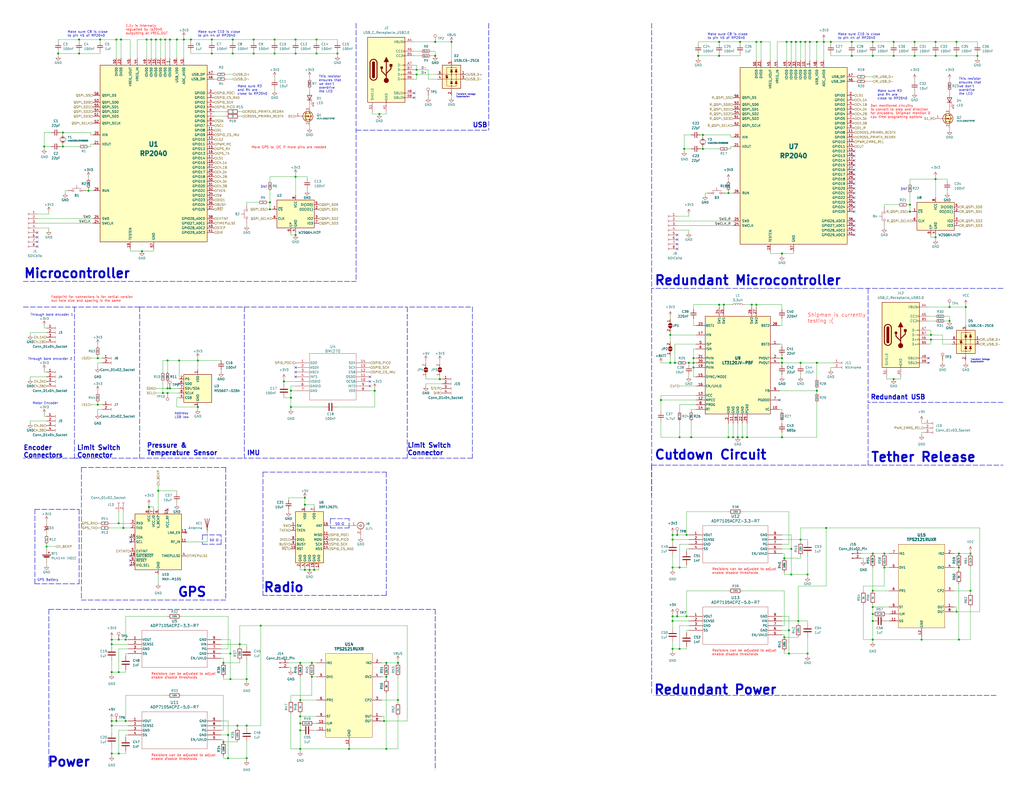
<source format=kicad_sch>
(kicad_sch (version 20231120) (generator "eeschema") (generator_version "8.0")
  (paper "C")
  (junction (at 121.92 361.95))
  (junction (at 440.69 313.69))
  (junction (at 237.49 30.48))
  (junction (at 64.77 411.48))
  (junction (at 439.42 22.86))
  (junction (at 125.73 370.84))
  (junction (at 367.03 354.33))
  (junction (at 227.33 40.64))
  (junction (at 80.01 21.59))
  (junction (at 134.62 414.02))
  (junction (at 43.18 29.21))
  (junction (at 121.92 405.13))
  (junction (at 397.51 238.76))
  (junction (at 204.47 213.36))
  (junction (at 367.03 294.64))
  (junction (at 527.05 167.64))
  (junction (at 168.91 311.15))
  (junction (at 53.34 195.58))
  (junction (at 210.82 361.95))
  (junction (at 127 29.21))
  (junction (at 184.15 29.21))
  (junction (at 367.03 309.88))
  (junction (at 431.8 299.72))
  (junction (at 529.59 302.26))
  (junction (at 523.24 302.26))
  (junction (at 104.14 21.59))
  (junction (at 227.33 38.1))
  (junction (at 510.54 129.54))
  (junction (at 529.59 322.58))
  (junction (at 115.57 21.59))
  (junction (at 427.99 304.8))
  (junction (at 171.45 311.15))
  (junction (at 445.77 198.12))
  (junction (at 48.26 104.14))
  (junction (at 81.28 276.86))
  (junction (at 427.99 347.98))
  (junction (at 487.68 30.48))
  (junction (at 91.44 214.63))
  (junction (at 367.03 336.55))
  (junction (at 392.43 30.48))
  (junction (at 91.44 212.09))
  (junction (at 521.97 22.86))
  (junction (at 394.97 166.37))
  (junction (at 54.61 21.59))
  (junction (at 147.32 110.49))
  (junction (at 374.65 292.1))
  (junction (at 402.59 238.76))
  (junction (at 163.83 361.95))
  (junction (at 166.37 311.15))
  (junction (at 92.71 212.09))
  (junction (at 53.34 220.98))
  (junction (at 453.39 22.86))
  (junction (at 43.18 21.59))
  (junction (at 92.71 21.59))
  (junction (at 521.97 334.01))
  (junction (at 496.57 111.76))
  (junction (at 63.5 21.59))
  (junction (at 147.32 114.3))
  (junction (at 476.25 339.09))
  (junction (at 60.96 396.24))
  (junction (at 129.54 396.24))
  (junction (at 158.75 213.36))
  (junction (at 209.55 393.7))
  (junction (at 130.81 351.79))
  (junction (at 400.05 238.76))
  (junction (at 163.83 394.97))
  (junction (at 115.57 29.21))
  (junction (at 499.11 22.86))
  (junction (at 161.29 21.59))
  (junction (at 60.96 411.48))
  (junction (at 412.75 166.37))
  (junction (at 518.16 167.64))
  (junction (at 161.29 29.21))
  (junction (at 149.86 29.21))
  (junction (at 163.83 398.78))
  (junction (at 68.58 393.7))
  (junction (at 430.53 344.17))
  (junction (at 88.9 214.63))
  (junction (at 66.04 21.59))
  (junction (at 91.44 196.85))
  (junction (at 172.72 29.21))
  (junction (at 60.96 351.79))
  (junction (at 464.82 22.86))
  (junction (at 138.43 21.59))
  (junction (at 426.72 138.43))
  (junction (at 34.29 80.01))
  (junction (at 476.25 302.26))
  (junction (at 24.13 80.01))
  (junction (at 373.38 81.28))
  (junction (at 166.37 275.59))
  (junction (at 68.58 349.25))
  (junction (at 441.96 22.86))
  (junction (at 375.92 198.12))
  (junction (at 436.88 22.86))
  (junction (at 450.85 288.29))
  (junction (at 476.25 22.86))
  (junction (at 397.51 105.41))
  (junction (at 449.58 22.86))
  (junction (at 166.37 271.78))
  (junction (at 383.54 81.28))
  (junction (at 476.25 30.48))
  (junction (at 163.83 408.94))
  (junction (at 508 185.42))
  (junction (at 487.68 207.01))
  (junction (at 60.96 349.25))
  (junction (at 100.33 21.59))
  (junction (at 77.47 137.16))
  (junction (at 407.67 238.76))
  (junction (at 64.77 349.25))
  (junction (at 426.72 198.12))
  (junction (at 63.5 393.7))
  (junction (at 163.83 391.16))
  (junction (at 142.24 341.63))
  (junction (at 487.68 22.86))
  (junction (at 158.75 217.17))
  (junction (at 369.57 292.1))
  (junction (at 134.62 370.84))
  (junction (at 154.94 208.28))
  (junction (at 496.57 115.57))
  (junction (at 90.17 21.59))
  (junction (at 163.83 382.27))
  (junction (at 161.29 128.27))
  (junction (at 410.21 166.37))
  (junction (at 476.25 349.25))
  (junction (at 125.73 356.87))
  (junction (at 370.84 238.76))
  (junction (at 523.24 349.25))
  (junction (at 403.86 22.86))
  (junction (at 34.29 72.39))
  (junction (at 426.72 195.58))
  (junction (at 392.43 22.86))
  (junction (at 482.6 302.26))
  (junction (at 96.52 21.59))
  (junction (at 426.72 238.76))
  (junction (at 210.82 408.94))
  (junction (at 107.95 222.25))
  (junction (at 440.69 356.87))
  (junction (at 210.82 369.57))
  (junction (at 124.46 414.02))
  (junction (at 445.77 213.36))
  (junction (at 367.03 292.1))
  (junction (at 124.46 401.32))
  (junction (at 370.84 354.33))
  (junction (at 476.25 331.47))
  (junction (at 518.16 175.26))
  (junction (at 435.61 339.09))
  (junction (at 207.01 62.23))
  (junction (at 405.13 238.76))
  (junction (at 510.54 97.79))
  (junction (at 190.5 408.94))
  (junction (at 374.65 336.55))
  (junction (at 149.86 21.59))
  (junction (at 378.46 198.12))
  (junction (at 87.63 21.59))
  (junction (at 25.4 298.45))
  (junction (at 82.55 21.59))
  (junction (at 127 21.59))
  (junction (at 378.46 195.58))
  (junction (at 170.18 361.95))
  (junction (at 86.36 267.97))
  (junction (at 172.72 21.59))
  (junction (at 431.8 313.69))
  (junction (at 445.77 22.86))
  (junction (at 510.54 30.48))
  (junction (at 360.68 218.44))
  (junction (at 368.3 198.12))
  (junction (at 97.79 196.85))
  (junction (at 134.62 396.24))
  (junction (at 499.11 30.48))
  (junction (at 429.26 22.86))
  (junction (at 436.88 294.64))
  (junction (at 138.43 29.21))
  (junction (at 170.18 369.57))
  (junction (at 383.54 73.66))
  (junction (at 217.17 382.27))
  (junction (at 430.53 356.87))
  (junction (at 107.95 196.85))
  (junction (at 370.84 309.88))
  (junction (at 60.96 393.7))
  (junction (at 476.25 322.58))
  (junction (at 377.19 238.76))
  (junction (at 523.24 309.88))
  (junction (at 369.57 336.55))
  (junction (at 378.46 200.66))
  (junction (at 434.34 22.86))
  (junction (at 67.31 288.29))
  (junction (at 158.75 222.25))
  (junction (at 392.43 166.37))
  (junction (at 508 182.88))
  (junction (at 412.75 22.86))
  (junction (at 415.29 22.86))
  (junction (at 237.49 22.86))
  (junction (at 60.96 367.03))
  (junction (at 240.03 207.01))
  (junction (at 64.77 367.03))
  (junction (at 161.29 96.52))
  (junction (at 521.97 30.48))
  (junction (at 217.17 361.95))
  (junction (at 365.76 198.12))
  (junction (at 476.25 335.28))
  (junction (at 431.8 22.86))
  (junction (at 510.54 22.86))
  (junction (at 436.88 198.12))
  (junction (at 464.82 30.48))
  (junction (at 246.38 22.86))
  (junction (at 85.09 21.59))
  (junction (at 381 30.48))
  (junction (at 502.92 349.25))
  (junction (at 367.03 339.09))
  (junction (at 64.77 285.75))
  (junction (at 31.75 29.21))
  (junction (at 365.76 182.88))
  (junction (at 482.6 309.88))
  (junction (at 533.4 30.48))
  (no_connect (at 506.73 195.58))
  (no_connect (at 20.32 129.54))
  (no_connect (at 466.09 105.41))
  (no_connect (at 369.57 135.89))
  (no_connect (at 201.93 210.82))
  (no_connect (at 466.09 107.95))
  (no_connect (at 201.93 208.28))
  (no_connect (at 425.45 218.44))
  (no_connect (at 71.12 295.91))
  (no_connect (at 91.44 278.13))
  (no_connect (at 466.09 82.55))
  (no_connect (at 71.12 303.53))
  (no_connect (at 466.09 128.27))
  (no_connect (at 466.09 125.73))
  (no_connect (at 226.06 50.8))
  (no_connect (at 161.29 200.66))
  (no_connect (at 466.09 85.09))
  (no_connect (at 20.32 134.62))
  (no_connect (at 97.79 209.55))
  (no_connect (at 71.12 308.61))
  (no_connect (at 466.09 115.57))
  (no_connect (at 466.09 123.19))
  (no_connect (at 71.12 306.07))
  (no_connect (at 466.09 90.17))
  (no_connect (at 506.73 198.12))
  (no_connect (at 466.09 97.79))
  (no_connect (at 466.09 113.03))
  (no_connect (at 161.29 205.74))
  (no_connect (at 369.57 133.35))
  (no_connect (at 101.6 290.83))
  (no_connect (at 369.57 130.81))
  (no_connect (at 466.09 120.65))
  (no_connect (at 161.29 203.2))
  (no_connect (at 466.09 95.25))
  (no_connect (at 466.09 87.63))
  (no_connect (at 20.32 132.08))
  (no_connect (at 466.09 102.87))
  (no_connect (at 466.09 100.33))
  (no_connect (at 71.12 293.37))
  (no_connect (at 466.09 110.49))
  (no_connect (at 466.09 92.71))
  (no_connect (at 201.93 205.74))
  (no_connect (at 20.32 127))
  (no_connect (at 226.06 53.34))
  (no_connect (at 369.57 128.27))
  (wire (pts (xy 163.83 391.16) (xy 163.83 394.97)))
  (wire (pts (xy 514.35 187.96) (xy 519.43 187.96)))
  (wire (pts (xy 68.58 410.21) (xy 68.58 411.48)))
  (wire (pts (xy 168.91 311.15) (xy 171.45 311.15)))
  (wire (pts (xy 405.13 279.4) (xy 430.53 279.4)))
  (wire (pts (xy 87.63 31.75) (xy 87.63 21.59)))
  (wire (pts (xy 149.86 48.26) (xy 149.86 49.53)))
  (wire (pts (xy 375.92 198.12) (xy 378.46 198.12)))
  (wire (pts (xy 34.29 72.39) (xy 33.02 72.39)))
  (wire (pts (xy 184.15 222.25) (xy 204.47 222.25)))
  (wire (pts (xy 436.88 294.64) (xy 440.69 294.64)))
  (wire (pts (xy 115.57 29.21) (xy 127 29.21)))
  (wire (pts (xy 24.13 80.01) (xy 24.13 81.28)))
  (polyline (pts (xy 19.05 278.13) (xy 43.18 278.13)) (stroke (width 0.254) (type dash)))
  (wire (pts (xy 435.61 339.09) (xy 440.69 339.09)))
  (wire (pts (xy 157.48 271.78) (xy 166.37 271.78)))
  (wire (pts (xy 367.03 294.64) (xy 375.92 294.64)))
  (wire (pts (xy 64.77 367.03) (xy 68.58 367.03)))
  (wire (pts (xy 375.92 118.11) (xy 369.57 118.11)))
  (wire (pts (xy 48.26 104.14) (xy 50.8 104.14)))
  (wire (pts (xy 24.13 201.93) (xy 24.13 203.2)))
  (wire (pts (xy 166.37 275.59) (xy 166.37 276.86)))
  (wire (pts (xy 453.39 30.48) (xy 464.82 30.48)))
  (wire (pts (xy 472.44 41.91) (xy 476.25 41.91)))
  (wire (pts (xy 86.36 267.97) (xy 86.36 278.13)))
  (wire (pts (xy 60.96 353.06) (xy 60.96 351.79)))
  (wire (pts (xy 104.14 21.59) (xy 104.14 22.86)))
  (polyline (pts (xy 40.64 167.64) (xy 40.64 250.19)) (stroke (width 0.254) (type dash)))
  (wire (pts (xy 88.9 208.28) (xy 88.9 214.63)))
  (wire (pts (xy 147.32 96.52) (xy 147.32 99.06)))
  (wire (pts (xy 53.34 194.31) (xy 53.34 195.58)))
  (wire (pts (xy 510.54 97.79) (xy 510.54 107.95)))
  (wire (pts (xy 434.34 33.02) (xy 434.34 22.86)))
  (wire (pts (xy 53.34 200.66) (xy 53.34 198.12)))
  (wire (pts (xy 426.72 168.91) (xy 426.72 166.37)))
  (wire (pts (xy 134.62 121.92) (xy 134.62 123.19)))
  (wire (pts (xy 392.43 167.64) (xy 392.43 166.37)))
  (wire (pts (xy 514.35 196.85) (xy 514.35 198.12)))
  (wire (pts (xy 227.33 38.1) (xy 233.68 38.1)))
  (wire (pts (xy 25.4 297.18) (xy 25.4 298.45)))
  (wire (pts (xy 429.26 22.86) (xy 431.8 22.86)))
  (wire (pts (xy 46.99 104.14) (xy 48.26 104.14)))
  (wire (pts (xy 502.92 237.49) (xy 502.92 236.22)))
  (wire (pts (xy 226.06 22.86) (xy 237.49 22.86)))
  (polyline (pts (xy 222.25 167.64) (xy 222.25 250.19)) (stroke (width 0.254) (type dash)))
  (polyline (pts (xy 355.6 254) (xy 355.6 378.46)) (stroke (width 0.254) (type dash)))
  (wire (pts (xy 64.77 398.78) (xy 64.77 411.48)))
  (wire (pts (xy 374.65 353.06) (xy 374.65 354.33)))
  (wire (pts (xy 374.65 292.1) (xy 369.57 292.1)))
  (polyline (pts (xy 194.31 71.12) (xy 266.7 71.12)) (stroke (width 0.254) (type dash)))
  (wire (pts (xy 217.17 360.68) (xy 217.17 361.95)))
  (wire (pts (xy 130.81 360.68) (xy 130.81 361.95)))
  (wire (pts (xy 382.27 81.28) (xy 383.54 81.28)))
  (wire (pts (xy 20.32 119.38) (xy 50.8 119.38)))
  (wire (pts (xy 53.34 219.71) (xy 53.34 220.98)))
  (wire (pts (xy 96.52 217.17) (xy 97.79 217.17)))
  (wire (pts (xy 107.95 196.85) (xy 120.65 196.85)))
  (wire (pts (xy 86.36 265.43) (xy 86.36 267.97)))
  (wire (pts (xy 518.16 167.64) (xy 527.05 167.64)))
  (wire (pts (xy 499.11 49.53) (xy 499.11 50.8)))
  (wire (pts (xy 508 187.96) (xy 506.73 187.96)))
  (wire (pts (xy 161.29 95.25) (xy 161.29 96.52)))
  (wire (pts (xy 74.93 21.59) (xy 80.01 21.59)))
  (wire (pts (xy 476.25 302.26) (xy 482.6 302.26)))
  (wire (pts (xy 440.69 294.64) (xy 440.69 295.91)))
  (wire (pts (xy 91.44 203.2) (xy 91.44 196.85)))
  (wire (pts (xy 80.01 21.59) (xy 82.55 21.59)))
  (wire (pts (xy 483.87 335.28) (xy 485.14 335.28)))
  (wire (pts (xy 168.91 309.88) (xy 168.91 311.15)))
  (wire (pts (xy 147.32 110.49) (xy 147.32 114.3)))
  (wire (pts (xy 26.67 124.46) (xy 20.32 124.46)))
  (wire (pts (xy 521.97 22.86) (xy 510.54 22.86)))
  (wire (pts (xy 92.71 21.59) (xy 92.71 31.75)))
  (wire (pts (xy 121.92 412.75) (xy 121.92 414.02)))
  (wire (pts (xy 523.24 302.26) (xy 520.7 302.26)))
  (wire (pts (xy 48.26 80.01) (xy 49.53 80.01)))
  (wire (pts (xy 167.64 97.79) (xy 167.64 96.52)))
  (wire (pts (xy 402.59 238.76) (xy 400.05 238.76)))
  (wire (pts (xy 487.68 30.48) (xy 499.11 30.48)))
  (wire (pts (xy 59.69 288.29) (xy 67.31 288.29)))
  (polyline (pts (xy 19.05 318.77) (xy 43.18 318.77)) (stroke (width 0.254) (type dash)))
  (wire (pts (xy 60.96 407.67) (xy 60.96 411.48)))
  (wire (pts (xy 381 29.21) (xy 381 30.48)))
  (wire (pts (xy 487.68 22.86) (xy 487.68 24.13)))
  (wire (pts (xy 60.96 396.24) (xy 60.96 400.05)))
  (wire (pts (xy 367.03 354.33) (xy 367.03 355.6)))
  (wire (pts (xy 172.72 21.59) (xy 172.72 22.86)))
  (wire (pts (xy 426.72 198.12) (xy 426.72 195.58)))
  (wire (pts (xy 50.8 78.74) (xy 49.53 78.74)))
  (wire (pts (xy 16.51 231.14) (xy 16.51 229.87)))
  (wire (pts (xy 237.49 27.94) (xy 234.95 27.94)))
  (wire (pts (xy 365.76 198.12) (xy 368.3 198.12)))
  (wire (pts (xy 445.77 213.36) (xy 425.45 213.36)))
  (wire (pts (xy 158.75 127) (xy 158.75 128.27)))
  (wire (pts (xy 134.62 414.02) (xy 134.62 415.29)))
  (wire (pts (xy 233.68 52.07) (xy 233.68 53.34)))
  (wire (pts (xy 146.05 110.49) (xy 147.32 110.49)))
  (wire (pts (xy 138.43 21.59) (xy 138.43 22.86)))
  (wire (pts (xy 367.03 303.53) (xy 367.03 309.88)))
  (wire (pts (xy 91.44 379.73) (xy 68.58 379.73)))
  (wire (pts (xy 533.4 29.21) (xy 533.4 30.48)))
  (wire (pts (xy 426.72 194.31) (xy 426.72 195.58)))
  (wire (pts (xy 210.82 408.94) (xy 190.5 408.94)))
  (wire (pts (xy 25.4 307.34) (xy 25.4 308.61)))
  (wire (pts (xy 431.8 292.1) (xy 431.8 299.72)))
  (wire (pts (xy 157.48 273.05) (xy 157.48 271.78)))
  (wire (pts (xy 381 30.48) (xy 392.43 30.48)))
  (wire (pts (xy 377.19 238.76) (xy 370.84 238.76)))
  (wire (pts (xy 476.25 330.2) (xy 476.25 331.47)))
  (wire (pts (xy 154.94 208.28) (xy 161.29 208.28)))
  (wire (pts (xy 163.83 391.16) (xy 172.72 391.16)))
  (wire (pts (xy 397.51 81.28) (xy 398.78 81.28)))
  (polyline (pts (xy 355.6 254) (xy 547.37 254)) (stroke (width 0.254) (type dash)))
  (polyline (pts (xy 133.35 167.64) (xy 222.25 167.64)) (stroke (width 0.254) (type dash)))
  (wire (pts (xy 378.46 190.5) (xy 378.46 195.58)))
  (wire (pts (xy 34.29 80.01) (xy 43.18 80.01)))
  (wire (pts (xy 149.86 21.59) (xy 149.86 22.86)))
  (wire (pts (xy 204.47 222.25) (xy 204.47 213.36)))
  (wire (pts (xy 533.4 30.48) (xy 533.4 31.75)))
  (wire (pts (xy 483.87 339.09) (xy 485.14 339.09)))
  (wire (pts (xy 510.54 29.21) (xy 510.54 30.48)))
  (wire (pts (xy 60.96 347.98) (xy 60.96 349.25)))
  (wire (pts (xy 381 24.13) (xy 381 22.86)))
  (wire (pts (xy 86.36 313.69) (xy 86.36 318.77)))
  (wire (pts (xy 510.54 30.48) (xy 521.97 30.48)))
  (wire (pts (xy 445.77 207.01) (xy 445.77 198.12)))
  (polyline (pts (xy 133.35 167.64) (xy 133.35 250.19)) (stroke (width 0.254) (type dash)))
  (wire (pts (xy 60.96 368.3) (xy 60.96 367.03)))
  (wire (pts (xy 68.58 365.76) (xy 68.58 367.03)))
  (wire (pts (xy 217.17 391.16) (xy 217.17 408.94)))
  (polyline (pts (xy 120.65 297.18) (xy 120.65 292.1)) (stroke (width 0.254) (type dash)))
  (polyline (pts (xy 41.91 250.19) (xy 76.2 250.19)) (stroke (width 0.254) (type dash)))
  (wire (pts (xy 502.92 229.87) (xy 502.92 231.14)))
  (wire (pts (xy 430.53 336.55) (xy 430.53 344.17)))
  (wire (pts (xy 240.03 196.85) (xy 240.03 198.12)))
  (wire (pts (xy 154.94 209.55) (xy 154.94 208.28)))
  (wire (pts (xy 203.2 60.96) (xy 203.2 62.23)))
  (wire (pts (xy 487.68 29.21) (xy 487.68 30.48)))
  (polyline (pts (xy 133.35 250.19) (xy 133.35 250.19)))
  (wire (pts (xy 134.62 110.49) (xy 140.97 110.49)))
  (wire (pts (xy 127 22.86) (xy 127 21.59)))
  (wire (pts (xy 434.34 22.86) (xy 436.88 22.86)))
  (wire (pts (xy 163.83 311.15) (xy 163.83 309.88)))
  (wire (pts (xy 33.02 80.01) (xy 34.29 80.01)))
  (polyline (pts (xy 547.37 219.71) (xy 473.71 219.71)) (stroke (width 0.254) (type dash)))
  (wire (pts (xy 107.95 195.58) (xy 107.95 196.85)))
  (wire (pts (xy 158.75 222.25) (xy 176.53 222.25)))
  (wire (pts (xy 425.45 177.8) (xy 426.72 177.8)))
  (wire (pts (xy 441.96 22.86) (xy 445.77 22.86)))
  (wire (pts (xy 410.21 166.37) (xy 406.4 166.37)))
  (wire (pts (xy 430.53 356.87) (xy 440.69 356.87)))
  (wire (pts (xy 527.05 196.85) (xy 527.05 198.12)))
  (wire (pts (xy 16.51 205.74) (xy 25.4 205.74)))
  (wire (pts (xy 127 29.21) (xy 138.43 29.21)))
  (wire (pts (xy 367.03 336.55) (xy 369.57 336.55)))
  (wire (pts (xy 149.86 29.21) (xy 161.29 29.21)))
  (wire (pts (xy 120.65 201.93) (xy 120.65 203.2)))
  (wire (pts (xy 426.72 138.43) (xy 420.37 138.43)))
  (wire (pts (xy 210.82 60.96) (xy 210.82 62.23)))
  (wire (pts (xy 173.99 311.15) (xy 173.99 309.88)))
  (wire (pts (xy 370.84 341.63) (xy 370.84 354.33)))
  (wire (pts (xy 96.52 217.17) (xy 96.52 222.25)))
  (wire (pts (xy 360.68 238.76) (xy 360.68 229.87)))
  (wire (pts (xy 516.89 97.79) (xy 510.54 97.79)))
  (wire (pts (xy 523.24 318.77) (xy 523.24 349.25)))
  (polyline (pts (xy 110.49 292.1) (xy 120.65 292.1)) (stroke (width 0.254) (type dash)))
  (wire (pts (xy 82.55 21.59) (xy 85.09 21.59)))
  (wire (pts (xy 234.95 30.48) (xy 237.49 30.48)))
  (wire (pts (xy 167.64 96.52) (xy 161.29 96.52)))
  (wire (pts (xy 226.06 27.94) (xy 229.87 27.94)))
  (wire (pts (xy 59.69 285.75) (xy 64.77 285.75)))
  (wire (pts (xy 115.57 22.86) (xy 115.57 21.59)))
  (wire (pts (xy 499.11 43.18) (xy 499.11 44.45)))
  (wire (pts (xy 453.39 200.66) (xy 454.66 200.66)))
  (wire (pts (xy 163.83 369.57) (xy 163.83 382.27)))
  (wire (pts (xy 420.37 138.43) (xy 420.37 137.16)))
  (wire (pts (xy 85.09 214.63) (xy 88.9 214.63)))
  (wire (pts (xy 377.19 229.87) (xy 377.19 238.76)))
  (wire (pts (xy 508 185.42) (xy 519.43 185.42)))
  (wire (pts (xy 375.92 341.63) (xy 370.84 341.63)))
  (wire (pts (xy 100.33 21.59) (xy 100.33 31.75)))
  (wire (pts (xy 64.77 279.4) (xy 64.77 285.75)))
  (wire (pts (xy 134.62 397.51) (xy 134.62 396.24)))
  (wire (pts (xy 233.68 43.18) (xy 238.76 43.18)))
  (wire (pts (xy 125.73 370.84) (xy 134.62 370.84)))
  (wire (pts (xy 60.96 396.24) (xy 69.85 396.24)))
  (wire (pts (xy 203.2 62.23) (xy 207.01 62.23)))
  (wire (pts (xy 397.51 105.41) (xy 400.05 105.41)))
  (wire (pts (xy 427.99 346.71) (xy 427.99 347.98)))
  (wire (pts (xy 499.11 22.86) (xy 499.11 24.13)))
  (wire (pts (xy 124.46 336.55) (xy 124.46 354.33)))
  (wire (pts (xy 403.86 24.13) (xy 403.86 22.86)))
  (wire (pts (xy 120.65 356.87) (xy 125.73 356.87)))
  (wire (pts (xy 365.76 172.72) (xy 365.76 173.99)))
  (wire (pts (xy 516.89 99.06) (xy 516.89 97.79)))
  (wire (pts (xy 240.03 207.01) (xy 241.3 207.01)))
  (wire (pts (xy 64.77 367.03) (xy 60.96 367.03)))
  (wire (pts (xy 378.46 198.12) (xy 379.73 198.12)))
  (wire (pts (xy 471.17 330.2) (xy 471.17 349.25)))
  (wire (pts (xy 476.25 331.47) (xy 476.25 335.28)))
  (wire (pts (xy 210.82 62.23) (xy 207.01 62.23)))
  (wire (pts (xy 379.73 177.8) (xy 378.46 177.8)))
  (wire (pts (xy 482.6 302.26) (xy 485.14 302.26)))
  (wire (pts (xy 60.96 411.48) (xy 64.77 411.48)))
  (wire (pts (xy 53.34 198.12) (xy 55.88 198.12)))
  (wire (pts (xy 426.72 189.23) (xy 426.72 187.96)))
  (wire (pts (xy 482.6 320.04) (xy 482.6 309.88)))
  (wire (pts (xy 233.68 38.1) (xy 233.68 43.18)))
  (wire (pts (xy 67.31 279.4) (xy 67.31 288.29)))
  (wire (pts (xy 502.92 236.22) (xy 504.19 236.22)))
  (wire (pts (xy 149.86 27.94) (xy 149.86 29.21)))
  (wire (pts (xy 124.46 401.32) (xy 124.46 414.02)))
  (wire (pts (xy 520.7 309.88) (xy 523.24 309.88)))
  (wire (pts (xy 24.13 72.39) (xy 24.13 80.01)))
  (wire (pts (xy 464.82 30.48) (xy 464.82 29.21)))
  (wire (pts (xy 426.72 344.17) (xy 430.53 344.17)))
  (wire (pts (xy 63.5 21.59) (xy 66.04 21.59)))
  (wire (pts (xy 96.52 21.59) (xy 100.33 21.59)))
  (wire (pts (xy 453.39 29.21) (xy 453.39 30.48)))
  (wire (pts (xy 123.19 40.64) (xy 127 40.64)))
  (wire (pts (xy 374.65 322.58) (xy 374.65 336.55)))
  (wire (pts (xy 374.65 345.44) (xy 374.65 344.17)))
  (wire (pts (xy 379.73 195.58) (xy 378.46 195.58)))
  (wire (pts (xy 400.05 74.93) (xy 398.78 74.93)))
  (wire (pts (xy 427.99 347.98) (xy 435.61 347.98)))
  (wire (pts (xy 429.26 33.02) (xy 429.26 22.86)))
  (wire (pts (xy 516.89 104.14) (xy 516.89 105.41)))
  (wire (pts (xy 83.82 135.89) (xy 83.82 137.16)))
  (wire (pts (xy 373.38 73.66) (xy 377.19 73.66)))
  (polyline (pts (xy 43.18 278.13) (xy 43.18 318.77)) (stroke (width 0.254) (type dash)))
  (wire (pts (xy 520.7 334.01) (xy 521.97 334.01)))
  (wire (pts (xy 232.41 207.01) (xy 240.03 207.01)))
  (wire (pts (xy 71.12 137.16) (xy 71.12 135.89)))
  (wire (pts (xy 170.18 379.73) (xy 170.18 369.57)))
  (wire (pts (xy 464.82 30.48) (xy 476.25 30.48)))
  (polyline (pts (xy 257.81 167.64) (xy 257.81 250.19)) (stroke (width 0.254) (type dash)))
  (wire (pts (xy 400.05 238.76) (xy 397.51 238.76)))
  (wire (pts (xy 24.13 177.8) (xy 24.13 179.07)))
  (wire (pts (xy 158.75 223.52) (xy 158.75 222.25)))
  (wire (pts (xy 138.43 29.21) (xy 149.86 29.21)))
  (wire (pts (xy 506.73 180.34) (xy 508 180.34)))
  (wire (pts (xy 436.88 294.64) (xy 436.88 295.91)))
  (wire (pts (xy 26.67 124.46) (xy 26.67 125.73)))
  (wire (pts (xy 171.45 394.97) (xy 172.72 394.97)))
  (wire (pts (xy 237.49 22.86) (xy 246.38 22.86)))
  (wire (pts (xy 436.88 288.29) (xy 450.85 288.29)))
  (wire (pts (xy 510.54 22.86) (xy 510.54 24.13)))
  (wire (pts (xy 204.47 213.36) (xy 201.93 213.36)))
  (wire (pts (xy 430.53 297.18) (xy 426.72 297.18)))
  (wire (pts (xy 167.64 102.87) (xy 167.64 104.14)))
  (wire (pts (xy 427.99 313.69) (xy 431.8 313.69)))
  (wire (pts (xy 483.87 207.01) (xy 487.68 207.01)))
  (polyline (pts (xy 44.45 255.27) (xy 123.19 255.27)) (stroke (width 0.254) (type dash)))
  (wire (pts (xy 158.75 389.89) (xy 158.75 408.94)))
  (wire (pts (xy 436.88 303.53) (xy 436.88 304.8)))
  (wire (pts (xy 168.91 48.26) (xy 168.91 49.53)))
  (wire (pts (xy 96.52 31.75) (xy 96.52 21.59)))
  (wire (pts (xy 436.88 198.12) (xy 436.88 199.39)))
  (wire (pts (xy 54.61 27.94) (xy 54.61 29.21)))
  (wire (pts (xy 365.76 186.69) (xy 365.76 182.88)))
  (wire (pts (xy 99.06 379.73) (xy 121.92 379.73)))
  (wire (pts (xy 453.39 22.86) (xy 464.82 22.86)))
  (wire (pts (xy 158.75 213.36) (xy 158.75 217.17)))
  (wire (pts (xy 379.73 220.98) (xy 370.84 220.98)))
  (wire (pts (xy 184.15 27.94) (xy 184.15 29.21)))
  (wire (pts (xy 436.88 288.29) (xy 436.88 294.64)))
  (wire (pts (xy 508 185.42) (xy 508 187.96)))
  (wire (pts (xy 360.68 215.9) (xy 360.68 218.44)))
  (wire (pts (xy 445.77 214.63) (xy 445.77 213.36)))
  (wire (pts (xy 163.83 398.78) (xy 163.83 408.94)))
  (wire (pts (xy 506.73 167.64) (xy 518.16 167.64)))
  (wire (pts (xy 120.65 349.25) (xy 125.73 349.25)))
  (wire (pts (xy 472.44 44.45) (xy 476.25 44.45)))
  (wire (pts (xy 68.58 349.25) (xy 64.77 349.25)))
  (polyline (pts (xy 44.45 255.27) (xy 44.45 327.66)) (stroke (width 0.254) (type dash)))
  (wire (pts (xy 471.17 320.04) (xy 482.6 320.04)))
  (wire (pts (xy 370.84 354.33) (xy 374.65 354.33)))
  (wire (pts (xy 426.72 302.26) (xy 427.99 302.26)))
  (wire (pts (xy 163.83 382.27) (xy 172.72 382.27)))
  (wire (pts (xy 31.75 27.94) (xy 31.75 29.21)))
  (wire (pts (xy 163.83 408.94) (xy 163.83 410.21)))
  (wire (pts (xy 453.39 22.86) (xy 453.39 24.13)))
  (wire (pts (xy 378.46 205.74) (xy 378.46 200.66)))
  (wire (pts (xy 31.75 22.86) (xy 31.75 21.59)))
  (wire (pts (xy 378.46 190.5) (xy 379.73 190.5)))
  (wire (pts (xy 123.19 43.18) (xy 127 43.18)))
  (wire (pts (xy 360.68 218.44) (xy 379.73 218.44)))
  (wire (pts (xy 53.34 223.52) (xy 55.88 223.52)))
  (wire (pts (xy 436.88 22.86) (xy 439.42 22.86)))
  (polyline (pts (xy 473.71 157.48) (xy 473.71 219.71)) (stroke (width 0.254) (type dash)))
  (wire (pts (xy 378.46 200.66) (xy 379.73 200.66)))
  (wire (pts (xy 370.84 220.98) (xy 370.84 224.79)))
  (polyline (pts (xy 26.67 332.74) (xy 26.67 419.1)) (stroke (width 0.254) (type dash)))
  (wire (pts (xy 445.77 33.02) (xy 445.77 22.86)))
  (wire (pts (xy 529.59 322.58) (xy 529.59 323.85)))
  (wire (pts (xy 425.45 195.58) (xy 426.72 195.58)))
  (wire (pts (xy 90.17 31.75) (xy 90.17 21.59)))
  (wire (pts (xy 426.72 229.87) (xy 426.72 231.14)))
  (wire (pts (xy 435.61 320.04) (xy 435.61 339.09)))
  (wire (pts (xy 134.62 110.49) (xy 134.62 111.76)))
  (wire (pts (xy 405.13 231.14) (xy 405.13 238.76)))
  (wire (pts (xy 374.65 308.61) (xy 374.65 309.88)))
  (polyline (pts (xy 26.67 332.74) (xy 237.49 332.74)) (stroke (width 0.254) (type dash)))
  (wire (pts (xy 381 22.86) (xy 392.43 22.86)))
  (wire (pts (xy 163.83 408.94) (xy 190.5 408.94)))
  (wire (pts (xy 407.67 231.14) (xy 407.67 238.76)))
  (wire (pts (xy 116.84 43.18) (xy 118.11 43.18)))
  (wire (pts (xy 375.92 292.1) (xy 374.65 292.1)))
  (wire (pts (xy 161.29 29.21) (xy 172.72 29.21)))
  (wire (pts (xy 426.72 236.22) (xy 426.72 238.76)))
  (wire (pts (xy 124.46 354.33) (xy 120.65 354.33)))
  (wire (pts (xy 81.28 276.86) (xy 83.82 276.86)))
  (wire (pts (xy 427.99 356.87) (xy 430.53 356.87)))
  (wire (pts (xy 209.55 393.7) (xy 222.25 393.7)))
  (wire (pts (xy 100.33 20.32) (xy 100.33 21.59)))
  (wire (pts (xy 104.14 27.94) (xy 104.14 29.21)))
  (wire (pts (xy 378.46 168.91) (xy 378.46 166.37)))
  (wire (pts (xy 365.76 182.88) (xy 379.73 182.88)))
  (wire (pts (xy 107.95 196.85) (xy 107.95 201.93)))
  (wire (pts (xy 502.92 231.14) (xy 504.19 231.14)))
  (wire (pts (xy 63.5 393.7) (xy 68.58 393.7)))
  (polyline (pts (xy 547.37 157.48) (xy 355.6 157.48)) (stroke (width 0.254) (type dash)))
  (wire (pts (xy 24.13 227.33) (xy 25.4 227.33)))
  (wire (pts (xy 499.11 29.21) (xy 499.11 30.48)))
  (wire (pts (xy 367.03 354.33) (xy 370.84 354.33)))
  (wire (pts (xy 115.57 21.59) (xy 127 21.59)))
  (wire (pts (xy 370.84 309.88) (xy 367.03 309.88)))
  (wire (pts (xy 476.25 29.21) (xy 476.25 30.48)))
  (wire (pts (xy 124.46 414.02) (xy 134.62 414.02)))
  (wire (pts (xy 449.58 22.86) (xy 449.58 33.02)))
  (wire (pts (xy 476.25 30.48) (xy 487.68 30.48)))
  (wire (pts (xy 50.8 73.66) (xy 49.53 73.66)))
  (wire (pts (xy 495.3 115.57) (xy 496.57 115.57)))
  (polyline (pts (xy 222.25 250.19) (xy 133.35 250.19)) (stroke (width 0.254) (type dash)))
  (wire (pts (xy 124.46 393.7) (xy 124.46 401.32)))
  (wire (pts (xy 427.99 355.6) (xy 427.99 356.87)))
  (wire (pts (xy 430.53 279.4) (xy 430.53 297.18)))
  (wire (pts (xy 24.13 72.39) (xy 27.94 72.39)))
  (polyline (pts (xy 123.19 255.27) (xy 123.19 327.66)) (stroke (width 0.254) (type dash)))
  (wire (pts (xy 104.14 29.21) (xy 115.57 29.21)))
  (wire (pts (xy 149.86 41.91) (xy 149.86 43.18)))
  (wire (pts (xy 426.72 198.12) (xy 436.88 198.12)))
  (wire (pts (xy 529.59 349.25) (xy 523.24 349.25)))
  (wire (pts (xy 426.72 204.47) (xy 426.72 205.74)))
  (wire (pts (xy 367.03 336.55) (xy 367.03 339.09)))
  (wire (pts (xy 527.05 167.64) (xy 527.05 177.8)))
  (wire (pts (xy 147.32 96.52) (xy 161.29 96.52)))
  (wire (pts (xy 121.92 359.41) (xy 121.92 361.95)))
  (wire (pts (xy 496.57 115.57) (xy 497.84 115.57)))
  (wire (pts (xy 196.85 292.1) (xy 196.85 293.37)))
  (wire (pts (xy 168.91 68.58) (xy 168.91 69.85)))
  (wire (pts (xy 130.81 351.79) (xy 130.81 353.06)))
  (wire (pts (xy 147.32 104.14) (xy 147.32 110.49)))
  (wire (pts (xy 476.25 22.86) (xy 487.68 22.86)))
  (wire (pts (xy 171.45 275.59) (xy 171.45 276.86)))
  (wire (pts (xy 34.29 78.74) (xy 34.29 80.01)))
  (wire (pts (xy 397.51 279.4) (xy 374.65 279.4)))
  (wire (pts (xy 427.99 322.58) (xy 427.99 341.63)))
  (wire (pts (xy 130.81 341.63) (xy 130.81 351.79)))
  (wire (pts (xy 113.03 290.83) (xy 113.03 295.91)))
  (wire (pts (xy 374.65 299.72) (xy 375.92 299.72)))
  (wire (pts (xy 426.72 177.8) (xy 426.72 173.99)))
  (wire (pts (xy 533.4 24.13) (xy 533.4 22.86)))
  (wire (pts (xy 25.4 284.48) (xy 25.4 285.75)))
  (wire (pts (xy 412.75 22.86) (xy 412.75 33.02)))
  (wire (pts (xy 120.65 403.86) (xy 121.92 403.86)))
  (wire (pts (xy 161.29 27.94) (xy 161.29 29.21)))
  (wire (pts (xy 171.45 311.15) (xy 173.99 311.15)))
  (wire (pts (xy 35.56 104.14) (xy 36.83 104.14)))
  (wire (pts (xy 163.83 361.95) (xy 170.18 361.95)))
  (wire (pts (xy 378.46 177.8) (xy 378.46 173.99)))
  (wire (pts (xy 222.25 341.63) (xy 142.24 341.63)))
  (wire (pts (xy 392.43 24.13) (xy 392.43 22.86)))
  (wire (pts (xy 398.78 80.01) (xy 398.78 81.28)))
  (wire (pts (xy 523.24 349.25) (xy 502.92 349.25)))
  (wire (pts (xy 63.5 21.59) (xy 63.5 31.75)))
  (wire (pts (xy 100.33 21.59) (xy 104.14 21.59)))
  (wire (pts (xy 523.24 302.26) (xy 529.59 302.26)))
  (wire (pts (xy 521.97 29.21) (xy 521.97 30.48)))
  (wire (pts (xy 369.57 123.19) (xy 400.05 123.19)))
  (wire (pts (xy 375.92 204.47) (xy 375.92 205.74)))
  (wire (pts (xy 134.62 405.13) (xy 134.62 414.02)))
  (wire (pts (xy 125.73 349.25) (xy 125.73 356.87)))
  (wire (pts (xy 130.81 351.79) (xy 134.62 351.79)))
  (wire (pts (xy 68.58 402.59) (xy 68.58 401.32)))
  (wire (pts (xy 81.28 275.59) (xy 81.28 276.86)))
  (wire (pts (xy 210.82 369.57) (xy 210.82 370.84)))
  (wire (pts (xy 31.75 21.59) (xy 43.18 21.59)))
  (wire (pts (xy 166.37 275.59) (xy 171.45 275.59)))
  (wire (pts (xy 521.97 30.48) (xy 533.4 30.48)))
  (wire (pts (xy 116.84 40.64) (xy 118.11 40.64)))
  (wire (pts (xy 396.24 105.41) (xy 397.51 105.41)))
  (wire (pts (xy 383.54 73.66) (xy 382.27 73.66)))
  (wire (pts (xy 166.37 311.15) (xy 163.83 311.15)))
  (wire (pts (xy 130.81 63.5) (xy 132.08 63.5)))
  (wire (pts (xy 425.45 187.96) (xy 426.72 187.96)))
  (wire (pts (xy 394.97 166.37) (xy 398.78 166.37)))
  (wire (pts (xy 383.54 74.93) (xy 383.54 73.66)))
  (wire (pts (xy 360.68 218.44) (xy 360.68 224.79)))
  (wire (pts (xy 427.99 302.26) (xy 427.99 304.8)))
  (wire (pts (xy 53.34 285.75) (xy 54.61 285.75)))
  (wire (pts (xy 360.68 198.12) (xy 365.76 198.12)))
  (wire (pts (xy 88.9 196.85) (xy 91.44 196.85)))
  (wire (pts (xy 482.6 309.88) (xy 485.14 309.88)))
  (wire (pts (xy 227.33 38.1) (xy 226.06 38.1)))
  (wire (pts (xy 476.25 335.28) (xy 476.25 339.09)))
  (wire (pts (xy 158.75 128.27) (xy 161.29 128.27)))
  (wire (pts (xy 466.09 41.91) (xy 467.36 41.91)))
  (wire (pts (xy 379.73 223.52) (xy 377.19 223.52)))
  (wire (pts (xy 476.25 322.58) (xy 485.14 322.58)))
  (wire (pts (xy 227.33 40.64) (xy 238.76 40.64)))
  (wire (pts (xy 518.16 69.85) (xy 518.16 71.12)))
  (polyline (pts (xy 19.05 318.77) (xy 19.05 278.13)) (stroke (width 0.254) (type dash)))
  (wire (pts (xy 92.71 21.59) (xy 96.52 21.59)))
  (wire (pts (xy 161.29 21.59) (xy 161.29 22.86)))
  (wire (pts (xy 426.72 238.76) (xy 445.77 238.76)))
  (wire (pts (xy 482.6 123.19) (xy 482.6 124.46)))
  (wire (pts (xy 369.57 292.1) (xy 367.03 292.1)))
  (wire (pts (xy 134.62 360.68) (xy 134.62 370.84)))
  (wire (pts (xy 424.18 22.86) (xy 429.26 22.86)))
  (wire (pts (xy 217.17 382.27) (xy 217.17 383.54)))
  (wire (pts (xy 397.51 105.41) (xy 397.51 104.14)))
  (wire (pts (xy 190.5 407.67) (xy 190.5 408.94)))
  (polyline (pts (xy 473.71 254) (xy 473.71 219.71)) (stroke (width 0.254) (type dash)))
  (wire (pts (xy 107.95 222.25) (xy 107.95 223.52)))
  (wire (pts (xy 121.92 370.84) (xy 121.92 369.57)))
  (wire (pts (xy 91.44 336.55) (xy 68.58 336.55)))
  (wire (pts (xy 172.72 21.59) (xy 161.29 21.59)))
  (wire (pts (xy 370.84 210.82) (xy 379.73 210.82)))
  (wire (pts (xy 397.51 97.79) (xy 397.51 99.06)))
  (wire (pts (xy 445.77 22.86) (xy 449.58 22.86)))
  (wire (pts (xy 384.81 105.41) (xy 386.08 105.41)))
  (wire (pts (xy 210.82 378.46) (xy 210.82 408.94)))
  (polyline (pts (xy 355.6 157.48) (xy 355.6 254)) (stroke (width 0.254) (type dash)))
  (wire (pts (xy 453.39 201.93) (xy 453.39 200.66)))
  (wire (pts (xy 166.37 271.78) (xy 166.37 275.59)))
  (polyline (pts (xy 12.7 153.67) (xy 194.31 153.67)) (stroke (width 0.254) (type dash)))
  (wire (pts (xy 49.53 78.74) (xy 49.53 80.01)))
  (wire (pts (xy 87.63 21.59) (xy 90.17 21.59)))
  (wire (pts (xy 24.13 226.06) (xy 24.13 227.33)))
  (wire (pts (xy 426.72 166.37) (xy 412.75 166.37)))
  (wire (pts (xy 170.18 361.95) (xy 172.72 361.95)))
  (wire (pts (xy 217.17 408.94) (xy 210.82 408.94)))
  (wire (pts (xy 26.67 116.84) (xy 26.67 115.57)))
  (wire (pts (xy 368.3 187.96) (xy 379.73 187.96)))
  (wire (pts (xy 120.65 401.32) (xy 124.46 401.32)))
  (wire (pts (xy 483.87 205.74) (xy 483.87 207.01)))
  (wire (pts (xy 184.15 22.86) (xy 184.15 21.59)))
  (wire (pts (xy 130.81 341.63) (xy 142.24 341.63)))
  (wire (pts (xy 499.11 30.48) (xy 510.54 30.48)))
  (wire (pts (xy 168.91 311.15) (xy 166.37 311.15)))
  (wire (pts (xy 449.58 21.59) (xy 449.58 22.86)))
  (wire (pts (xy 246.38 52.07) (xy 246.38 53.34)))
  (wire (pts (xy 127 27.94) (xy 127 29.21)))
  (wire (pts (xy 510.54 128.27) (xy 510.54 129.54)))
  (wire (pts (xy 469.9 304.8) (xy 471.17 304.8)))
  (wire (pts (xy 449.58 22.86) (xy 453.39 22.86)))
  (wire (pts (xy 90.17 21.59) (xy 92.71 21.59)))
  (wire (pts (xy 471.17 320.04) (xy 471.17 322.58)))
  (wire (pts (xy 506.73 185.42) (xy 508 185.42)))
  (wire (pts (xy 168.91 41.91) (xy 168.91 43.18)))
  (wire (pts (xy 482.6 111.76) (xy 482.6 113.03)))
  (wire (pts (xy 35.56 105.41) (xy 35.56 104.14)))
  (wire (pts (xy 412.75 166.37) (xy 410.21 166.37)))
  (wire (pts (xy 367.03 350.52) (xy 367.03 354.33)))
  (wire (pts (xy 64.77 354.33) (xy 64.77 367.03)))
  (wire (pts (xy 370.84 297.18) (xy 370.84 309.88)))
  (wire (pts (xy 431.8 299.72) (xy 431.8 313.69)))
  (wire (pts (xy 506.73 172.72) (xy 510.54 172.72)))
  (wire (pts (xy 375.92 297.18) (xy 370.84 297.18)))
  (wire (pts (xy 375.92 198.12) (xy 375.92 199.39)))
  (wire (pts (xy 217.17 382.27) (xy 208.28 382.27)))
  (wire (pts (xy 392.43 30.48) (xy 403.86 30.48)))
  (wire (pts (xy 508 129.54) (xy 510.54 129.54)))
  (wire (pts (xy 142.24 341.63) (xy 142.24 396.24)))
  (wire (pts (xy 170.18 369.57) (xy 172.72 369.57)))
  (wire (pts (xy 464.82 24.13) (xy 464.82 22.86)))
  (wire (pts (xy 510.54 22.86) (xy 499.11 22.86)))
  (wire (pts (xy 68.58 401.32) (xy 69.85 401.32)))
  (wire (pts (xy 25.4 298.45) (xy 25.4 299.72)))
  (wire (pts (xy 34.29 72.39) (xy 49.53 72.39)))
  (wire (pts (xy 367.03 339.09) (xy 367.03 342.9)))
  (wire (pts (xy 68.58 393.7) (xy 69.85 393.7)))
  (wire (pts (xy 16.51 207.01) (xy 16.51 205.74)))
  (wire (pts (xy 129.54 396.24) (xy 129.54 397.51)))
  (wire (pts (xy 54.61 21.59) (xy 63.5 21.59)))
  (wire (pts (xy 373.38 81.28) (xy 377.19 81.28)))
  (wire (pts (xy 426.72 224.79) (xy 426.72 223.52)))
  (wire (pts (xy 476.25 349.25) (xy 476.25 350.52)))
  (wire (pts (xy 426.72 292.1) (xy 431.8 292.1)))
  (wire (pts (xy 54.61 22.86) (xy 54.61 21.59)))
  (wire (pts (xy 521.97 334.01) (xy 534.67 334.01)))
  (wire (pts (xy 232.41 210.82) (xy 232.41 209.55)))
  (wire (pts (xy 436.88 33.02) (xy 436.88 22.86)))
  (wire (pts (xy 520.7 331.47) (xy 521.97 331.47)))
  (polyline (pts (xy 266.7 12.7) (xy 266.7 71.12)) (stroke (width 0.254) (type dash)))
  (wire (pts (xy 53.34 288.29) (xy 54.61 288.29)))
  (wire (pts (xy 158.75 379.73) (xy 158.75 382.27)))
  (polyline (pts (xy 143.51 257.81) (xy 210.82 257.81)) (stroke (width 0.254) (type dash)))
  (polyline (pts (xy 190.5 288.29) (xy 190.5 283.21)) (stroke (width 0.254) (type dash)))
  (wire (pts (xy 161.29 127) (xy 161.29 128.27)))
  (wire (pts (xy 210.82 361.95) (xy 208.28 361.95)))
  (wire (pts (xy 184.15 21.59) (xy 172.72 21.59)))
  (wire (pts (xy 469.9 302.26) (xy 476.25 302.26)))
  (polyline (pts (xy 355.6 254) (xy 355.6 270.51)) (stroke (width 0.254) (type dash)))
  (wire (pts (xy 397.51 238.76) (xy 377.19 238.76)))
  (wire (pts (xy 67.31 288.29) (xy 71.12 288.29)))
  (wire (pts (xy 496.57 105.41) (xy 496.57 111.76)))
  (wire (pts (xy 515.62 175.26) (xy 518.16 175.26)))
  (wire (pts (xy 426.72 299.72) (xy 431.8 299.72)))
  (wire (pts (xy 518.16 49.53) (xy 518.16 50.8)))
  (wire (pts (xy 43.18 29.21) (xy 43.18 27.94)))
  (wire (pts (xy 436.88 198.12) (xy 445.77 198.12)))
  (wire (pts (xy 16.51 182.88) (xy 16.51 181.61)))
  (wire (pts (xy 134.62 396.24) (xy 142.24 396.24)))
  (wire (pts (xy 53.34 213.36) (xy 53.34 214.63)))
  (wire (pts (xy 369.57 336.55) (xy 374.65 336.55)))
  (wire (pts (xy 375.92 118.11) (xy 375.92 116.84)))
  (wire (pts (xy 68.58 336.55) (xy 68.58 349.25)))
  (polyline (pts (xy 76.2 167.64) (xy 41.91 167.64)) (stroke (width 0.254) (type dash)))
  (wire (pts (xy 440.69 303.53) (xy 440.69 313.69)))
  (wire (pts (xy 158.75 210.82) (xy 161.29 210.82)))
  (wire (pts (xy 378.46 195.58) (xy 378.46 198.12)))
  (wire (pts (xy 403.86 29.21) (xy 403.86 30.48)))
  (wire (pts (xy 157.48 278.13) (xy 157.48 279.4)))
  (wire (pts (xy 435.61 339.09) (xy 435.61 340.36)))
  (wire (pts (xy 91.44 196.85) (xy 97.79 196.85)))
  (wire (pts (xy 16.51 229.87) (xy 25.4 229.87)))
  (wire (pts (xy 398.78 74.93) (xy 398.78 73.66)))
  (wire (pts (xy 31.75 29.21) (xy 31.75 30.48)))
  (polyline (pts (xy 123.19 327.66) (xy 44.45 327.66)) (stroke (width 0.254) (type dash)))
  (wire (pts (xy 433.07 137.16) (xy 433.07 138.43)))
  (wire (pts (xy 367.03 290.83) (xy 367.03 292.1)))
  (polyline (pts (xy 237.49 332.74) (xy 237.49 420.37)) (stroke (width 0.254) (type dash)))
  (wire (pts (xy 120.65 396.24) (xy 129.54 396.24)))
  (wire (pts (xy 379.73 215.9) (xy 360.68 215.9)))
  (wire (pts (xy 184.15 29.21) (xy 184.15 30.48)))
  (wire (pts (xy 85.09 31.75) (xy 85.09 21.59)))
  (wire (pts (xy 410.21 167.64) (xy 410.21 166.37)))
  (wire (pts (xy 378.46 166.37) (xy 392.43 166.37)))
  (wire (pts (xy 514.35 182.88) (xy 508 182.88)))
  (wire (pts (xy 496.57 97.79) (xy 510.54 97.79)))
  (wire (pts (xy 146.05 114.3) (xy 147.32 114.3)))
  (wire (pts (xy 68.58 379.73) (xy 68.58 393.7)))
  (wire (pts (xy 158.75 379.73) (xy 170.18 379.73)))
  (wire (pts (xy 508 128.27) (xy 508 129.54)))
  (wire (pts (xy 91.44 214.63) (xy 97.79 214.63)))
  (wire (pts (xy 147.32 114.3) (xy 148.59 114.3)))
  (wire (pts (xy 115.57 29.21) (xy 115.57 27.94)))
  (wire (pts (xy 466.09 44.45) (xy 467.36 44.45)))
  (polyline (pts (xy 12.7 167.64) (xy 40.64 167.64)) (stroke (width 0.254) (type dash)))
  (wire (pts (xy 368.3 187.96) (xy 368.3 198.12)))
  (wire (pts (xy 384.81 106.68) (xy 384.81 105.41)))
  (wire (pts (xy 476.25 309.88) (xy 476.25 322.58)))
  (wire (pts (xy 426.72 198.12) (xy 426.72 199.39)))
  (wire (pts (xy 529.59 309.88) (xy 529.59 322.58)))
  (wire (pts (xy 129.54 396.24) (xy 134.62 396.24)))
  (wire (pts (xy 440.69 340.36) (xy 440.69 339.09)))
  (wire (pts (xy 533.4 22.86) (xy 521.97 22.86)))
  (wire (pts (xy 506.73 175.26) (xy 510.54 175.26)))
  (wire (pts (xy 445.77 198.12) (xy 454.66 198.12)))
  (wire (pts (xy 464.82 22.86) (xy 476.25 22.86)))
  (wire (pts (xy 367.03 339.09) (xy 375.92 339.09)))
  (wire (pts (xy 92.71 212.09) (xy 97.79 212.09)))
  (wire (pts (xy 69.85 354.33) (xy 64.77 354.33)))
  (wire (pts (xy 534.67 288.29) (xy 450.85 288.29)))
  (wire (pts (xy 400.05 80.01) (xy 398.78 80.01)))
  (wire (pts (xy 374.65 336.55) (xy 375.92 336.55)))
  (wire (pts (xy 25.4 298.45) (xy 30.48 298.45)))
  (polyline (pts (xy 41.91 167.64) (xy 40.64 167.64)) (stroke (width 0.254) (type dash)))
  (wire (pts (xy 476.25 339.09) (xy 476.25 349.25)))
  (wire (pts (xy 127 21.59) (xy 138.43 21.59)))
  (wire (pts (xy 121.92 361.95) (xy 130.81 361.95)))
  (wire (pts (xy 24.13 80.01) (xy 27.94 80.01)))
  (wire (pts (xy 217.17 369.57) (xy 217.17 382.27)))
  (wire (pts (xy 427.99 341.63) (xy 426.72 341.63)))
  (wire (pts (xy 394.97 167.64) (xy 394.97 166.37)))
  (polyline (pts (xy 40.64 250.19) (xy 41.91 250.19)) (stroke (width 0.254) (type dash)))
  (polyline (pts (xy 180.34 283.21) (xy 190.5 283.21)) (stroke (width 0.254) (type dash)))
  (wire (pts (xy 491.49 205.74) (xy 491.49 207.01)))
  (wire (pts (xy 172.72 27.94) (xy 172.72 29.21)))
  (wire (pts (xy 134.62 370.84) (xy 134.62 372.11)))
  (polyline (pts (xy 543.56 379.73) (xy 356.87 379.73)) (stroke (width 0.254) (type dash)))
  (wire (pts (xy 96.52 222.25) (xy 107.95 222.25)))
  (wire (pts (xy 31.75 29.21) (xy 43.18 29.21)))
  (polyline (pts (xy 76.2 167.64) (xy 133.35 167.64)) (stroke (width 0.254) (type dash)))
  (wire (pts (xy 426.72 346.71) (xy 427.99 346.71)))
  (wire (pts (xy 69.85 349.25) (xy 68.58 349.25)))
  (wire (pts (xy 60.96 351.79) (xy 69.85 351.79)))
  (wire (pts (xy 53.34 220.98) (xy 49.53 220.98)))
  (wire (pts (xy 430.53 344.17) (xy 430.53 356.87)))
  (wire (pts (xy 171.45 398.78) (xy 172.72 398.78)))
  (wire (pts (xy 375.92 125.73) (xy 375.92 127)))
  (wire (pts (xy 97.79 196.85) (xy 107.95 196.85)))
  (wire (pts (xy 166.37 309.88) (xy 166.37 311.15)))
  (wire (pts (xy 97.79 207.01) (xy 97.79 196.85)))
  (wire (pts (xy 64.77 411.48) (xy 68.58 411.48)))
  (wire (pts (xy 48.26 104.14) (xy 48.26 102.87)))
  (wire (pts (xy 415.29 33.02) (xy 415.29 22.86)))
  (wire (pts (xy 60.96 392.43) (xy 60.96 393.7)))
  (wire (pts (xy 370.84 309.88) (xy 374.65 309.88)))
  (wire (pts (xy 439.42 33.02) (xy 439.42 22.86)))
  (wire (pts (xy 232.41 196.85) (xy 232.41 198.12)))
  (wire (pts (xy 397.51 322.58) (xy 374.65 322.58)))
  (wire (pts (xy 369.57 198.12) (xy 368.3 198.12)))
  (wire (pts (xy 163.83 389.89) (xy 163.83 391.16)))
  (wire (pts (xy 375.92 125.73) (xy 369.57 125.73)))
  (wire (pts (xy 85.09 212.09) (xy 91.44 212.09)))
  (wire (pts (xy 440.69 347.98) (xy 440.69 356.87)))
  (wire (pts (xy 208.28 393.7) (xy 209.55 393.7)))
  (wire (pts (xy 116.84 63.5) (xy 123.19 63.5)))
  (wire (pts (xy 71.12 21.59) (xy 66.04 21.59)))
  (wire (pts (xy 426.72 139.7) (xy 426.72 138.43)))
  (wire (pts (xy 43.18 21.59) (xy 54.61 21.59)))
  (wire (pts (xy 130.81 60.96) (xy 132.08 60.96)))
  (wire (pts (xy 82.55 31.75) (xy 82.55 21.59)))
  (wire (pts (xy 367.03 335.28) (xy 367.03 336.55)))
  (wire (pts (xy 48.26 96.52) (xy 48.26 97.79)))
  (wire (pts (xy 204.47 212.09) (xy 204.47 213.36)))
  (wire (pts (xy 521.97 331.47) (xy 521.97 334.01)))
  (wire (pts (xy 420.37 22.86) (xy 415.29 22.86)))
  (wire (pts (xy 502.92 347.98) (xy 502.92 349.25)))
  (wire (pts (xy 374.65 300.99) (xy 374.65 299.72)))
  (wire (pts (xy 237.49 30.48) (xy 237.49 27.94)))
  (wire (pts (xy 158.75 408.94) (xy 163.83 408.94)))
  (wire (pts (xy 104.14 21.59) (xy 115.57 21.59)))
  (polyline (pts (xy 210.82 325.12) (xy 143.51 325.12)) (stroke (width 0.254) (type dash)))
  (wire (pts (xy 495.3 111.76) (xy 496.57 111.76)))
  (wire (pts (xy 499.11 22.86) (xy 487.68 22.86)))
  (wire (pts (xy 64.77 285.75) (xy 71.12 285.75)))
  (wire (pts (xy 514.35 182.88) (xy 514.35 187.96)))
  (wire (pts (xy 208.28 369.57) (xy 210.82 369.57)))
  (wire (pts (xy 68.58 356.87) (xy 69.85 356.87)))
  (wire (pts (xy 227.33 43.18) (xy 226.06 43.18)))
  (wire (pts (xy 427.99 304.8) (xy 436.88 304.8)))
  (wire (pts (xy 365.76 181.61) (xy 365.76 182.88)))
  (wire (pts (xy 26.67 116.84) (xy 20.32 116.84)))
  (wire (pts (xy 116.84 60.96) (xy 123.19 60.96)))
  (wire (pts (xy 367.03 295.91) (xy 367.03 294.64)))
  (wire (pts (xy 365.76 198.12) (xy 365.76 194.31)))
  (wire (pts (xy 436.88 204.47) (xy 436.88 205.74)))
  (wire (pts (xy 373.38 81.28) (xy 373.38 82.55)))
  (wire (pts (xy 60.96 411.48) (xy 60.96 412.75)))
  (wire (pts (xy 158.75 213.36) (xy 161.29 213.36)))
  (wire (pts (xy 412.75 167.64) (xy 412.75 166.37)))
  (polyline (pts (xy 143.51 257.81) (xy 143.51 325.12)) (stroke (width 0.254) (type dash)))
  (wire (pts (xy 440.69 356.87) (xy 440.69 358.14)))
  (wire (pts (xy 209.55 391.16) (xy 209.55 393.7)))
  (wire (pts (xy 496.57 111.76) (xy 496.57 115.57)))
  (wire (pts (xy 518.16 58.42) (xy 518.16 59.69)))
  (wire (pts (xy 81.28 276.86) (xy 81.28 278.13)))
  (wire (pts (xy 518.16 175.26) (xy 518.16 172.72)))
  (wire (pts (xy 64.77 349.25) (xy 60.96 349.25)))
  (wire (pts (xy 96.52 269.24) (xy 96.52 267.97)))
  (wire (pts (xy 158.75 213.36) (xy 158.75 210.82)))
  (wire (pts (xy 377.19 223.52) (xy 377.19 224.79)))
  (wire (pts (xy 69.85 398.78) (xy 64.77 398.78)))
  (wire (pts (xy 227.33 40.64) (xy 227.33 43.18)))
  (wire (pts (xy 491.49 207.01) (xy 487.68 207.01)))
  (wire (pts (xy 379.73 205.74) (xy 378.46 205.74)))
  (wire (pts (xy 471.17 349.25) (xy 476.25 349.25)))
  (wire (pts (xy 508 180.34) (xy 508 182.88)))
  (wire (pts (xy 120.65 351.79) (xy 130.81 351.79)))
  (wire (pts (xy 77.47 137.16) (xy 71.12 137.16)))
  (wire (pts (xy 374.65 198.12) (xy 375.92 198.12)))
  (wire (pts (xy 138.43 27.94) (xy 138.43 29.21)))
  (wire (pts (xy 431.8 33.02) (xy 431.8 22.86)))
  (wire (pts (xy 71.12 31.75) (xy 71.12 21.59)))
  (wire (pts (xy 476.25 24.13) (xy 476.25 22.86)))
  (wire (pts (xy 91.44 212.09) (xy 92.71 212.09)))
  (wire (pts (xy 374.65 279.4) (xy 374.65 292.1)))
  (wire (pts (xy 482.6 111.76) (xy 490.22 111.76)))
  (wire (pts (xy 24.13 179.07) (xy 25.4 179.07)))
  (wire (pts (xy 370.84 229.87) (xy 370.84 238.76)))
  (wire (pts (xy 158.75 364.49) (xy 158.75 365.76)))
  (wire (pts (xy 121.92 403.86) (xy 121.92 405.13)))
  (wire (pts (xy 383.54 80.01) (xy 383.54 81.28)))
  (wire (pts (xy 402.59 231.14) (xy 402.59 238.76)))
  (wire (pts (xy 405.13 238.76) (xy 407.67 238.76)))
  (wire (pts (xy 450.85 288.29) (xy 450.85 320.04)))
  (wire (pts (xy 246.38 22.86) (xy 246.38 33.02)))
  (wire (pts (xy 426.72 336.55) (xy 430.53 336.55)))
  (wire (pts (xy 157.48 361.95) (xy 163.83 361.95)))
  (wire (pts (xy 16.51 181.61) (xy 25.4 181.61)))
  (wire (pts (xy 208.28 391.16) (xy 209.55 391.16)))
  (wire (pts (xy 121.92 405.13) (xy 129.54 405.13)))
  (wire (pts (xy 53.34 226.06) (xy 53.34 223.52)))
  (wire (pts (xy 529.59 331.47) (xy 529.59 349.25)))
  (wire (pts (xy 77.47 137.16) (xy 83.82 137.16)))
  (wire (pts (xy 74.93 31.75) (xy 74.93 21.59)))
  (wire (pts (xy 154.94 217.17) (xy 158.75 217.17)))
  (wire (pts (xy 523.24 309.88) (xy 523.24 311.15)))
  (wire (pts (xy 426.72 223.52) (xy 425.45 223.52)))
  (wire (pts (xy 157.48 364.49) (xy 158.75 364.49)))
  (wire (pts (xy 60.96 349.25) (xy 60.96 351.79)))
  (wire (pts (xy 392.43 30.48) (xy 392.43 29.21)))
  (polyline (pts (xy 223.52 167.64) (xy 257.81 167.64)) (stroke (width 0.254) (type dash)))
  (wire (pts (xy 403.86 22.86) (xy 412.75 22.86)))
  (wire (pts (xy 383.54 81.28) (xy 392.43 81.28)))
  (wire (pts (xy 158.75 217.17) (xy 158.75 222.25)))
  (wire (pts (xy 420.37 33.02) (xy 420.37 22.86)))
  (wire (pts (xy 120.65 359.41) (xy 121.92 359.41)))
  (polyline (pts (xy 76.2 250.19) (xy 133.35 250.19)) (stroke (width 0.254) (type dash)))
  (wire (pts (xy 86.36 267.97) (xy 96.52 267.97)))
  (wire (pts (xy 149.86 21.59) (xy 138.43 21.59)))
  (wire (pts (xy 88.9 214.63) (xy 91.44 214.63)))
  (wire (pts (xy 24.13 203.2) (xy 25.4 203.2)))
  (wire (pts (xy 439.42 22.86) (xy 441.96 22.86)))
  (wire (pts (xy 49.53 73.66) (xy 49.53 72.39)))
  (wire (pts (xy 121.92 370.84) (xy 125.73 370.84)))
  (wire (pts (xy 121.92 398.78) (xy 120.65 398.78)))
  (wire (pts (xy 55.88 220.98) (xy 53.34 220.98)))
  (wire (pts (xy 68.58 358.14) (xy 68.58 356.87)))
  (wire (pts (xy 508 182.88) (xy 506.73 182.88)))
  (wire (pts (xy 426.72 294.64) (xy 436.88 294.64)))
  (wire (pts (xy 60.96 360.68) (xy 60.96 367.03)))
  (wire (pts (xy 510.54 130.81) (xy 510.54 129.54)))
  (wire (pts (xy 179.07 287.02) (xy 191.77 287.02)))
  (wire (pts (xy 527.05 166.37) (xy 527.05 167.64)))
  (wire (pts (xy 441.96 22.86) (xy 441.96 33.02)))
  (wire (pts (xy 529.59 300.99) (xy 529.59 302.26)))
  (wire (pts (xy 534.67 334.01) (xy 534.67 288.29)))
  (wire (pts (xy 232.41 205.74) (xy 232.41 207.01)))
  (wire (pts (xy 96.52 274.32) (xy 96.52 275.59)))
  (wire (pts (xy 415.29 22.86) (xy 412.75 22.86)))
  (wire (pts (xy 374.65 344.17) (xy 375.92 344.17)))
  (wire (pts (xy 161.29 21.59) (xy 149.86 21.59)))
  (wire (pts (xy 88.9 203.2) (xy 88.9 196.85)))
  (wire (pts (xy 222.25 393.7) (xy 222.25 341.63)))
  (wire (pts (xy 80.01 31.75) (xy 80.01 21.59)))
  (polyline (pts (xy 194.31 12.7) (xy 194.31 153.67)) (stroke (width 0.254) (type dash)))
  (wire (pts (xy 397.51 231.14) (xy 397.51 238.76)))
  (wire (pts (xy 431.8 313.69) (xy 440.69 313.69)))
  (wire (pts (xy 518.16 172.72) (xy 515.62 172.72)))
  (wire (pts (xy 445.77 219.71) (xy 445.77 238.76)))
  (polyline (pts (xy 180.34 283.21) (xy 180.34 288.29)) (stroke (width 0.254) (type dash)))
  (wire (pts (xy 427.99 313.69) (xy 427.99 312.42)))
  (wire (pts (xy 66.04 31.75) (xy 66.04 21.59)))
  (wire (pts (xy 43.18 22.86) (xy 43.18 21.59)))
  (wire (pts (xy 43.18 29.21) (xy 54.61 29.21)))
  (wire (pts (xy 161.29 96.52) (xy 161.29 106.68)))
  (wire (pts (xy 240.03 205.74) (xy 240.03 207.01)))
  (wire (pts (xy 134.62 351.79) (xy 134.62 353.06)))
  (wire (pts (xy 34.29 73.66) (xy 34.29 72.39)))
  (wire (pts (xy 373.38 73.66) (xy 373.38 81.28)))
  (wire (pts (xy 392.43 166.37) (xy 394.97 166.37)))
  (wire (pts (xy 121.92 414.02) (xy 124.46 414.02)))
  (wire (pts (xy 367.03 311.15) (xy 367.03 309.88)))
  (wire (pts (xy 227.33 35.56) (xy 227.33 38.1)))
  (wire (pts (xy 60.96 393.7) (xy 63.5 393.7)))
  (wire (pts (xy 163.83 394.97) (xy 163.83 398.78)))
  (wire (pts (xy 85.09 21.59) (xy 87.63 21.59)))
  (wire (pts (xy 476.25 349.25) (xy 502.92 349.25)))
  (polyline (pts (xy 180.34 288.29) (xy 190.5 288.29)) (stroke (width 0.254) (type dash)))
  (wire (pts (xy 400.05 231.14) (xy 400.05 238.76)))
  (wire (pts (xy 369.57 120.65) (xy 400.05 120.65)))
  (wire (pts (xy 529.59 322.58) (xy 520.7 322.58)))
  (wire (pts (xy 521.97 22.86) (xy 521.97 24.13)))
  (wire (pts (xy 171.45 311.15) (xy 171.45 309.88)))
  (wire (pts (xy 424.18 33.02) (xy 424.18 22.86)))
  (polyline (pts (xy 76.2 167.64) (xy 76.2 250.19)) (stroke (width 0.254) (type dash)))
  (wire (pts (xy 407.67 238.76) (xy 426.72 238.76)))
  (wire (pts (xy 496.57 97.79) (xy 496.57 100.33)))
  (wire (pts (xy 360.68 238.76) (xy 370.84 238.76)))
  (wire (pts (xy 83.82 278.13) (xy 83.82 276.86)))
  (wire (pts (xy 154.94 207.01) (xy 154.94 208.28)))
  (wire (pts (xy 172.72 29.21) (xy 184.15 29.21)))
  (wire (pts (xy 426.72 138.43) (xy 433.07 138.43)))
  (wire (pts (xy 510.54 96.52) (xy 510.54 97.79)))
  (wire (pts (xy 226.06 40.64) (xy 227.33 40.64)))
  (wire (pts (xy 445.77 212.09) (xy 445.77 213.36)))
  (wire (pts (xy 381 30.48) (xy 381 31.75)))
  (polyline (pts (xy 40.64 250.19) (xy 12.7 250.19)) (stroke (width 0.254) (type dash)))
  (wire (pts (xy 101.6 295.91) (xy 113.03 295.91)))
  (wire (pts (xy 476.25 331.47) (xy 485.14 331.47)))
  (wire (pts (xy 367.03 292.1) (xy 367.03 294.64)))
  (wire (pts (xy 91.44 208.28) (xy 91.44 212.09)))
  (wire (pts (xy 20.32 121.92) (xy 50.8 121.92)))
  (wire (pts (xy 168.91 57.15) (xy 168.91 58.42)))
  (polyline (pts (xy 110.49 292.1) (xy 110.49 297.18)) (stroke (width 0.254) (type dash)))
  (wire (pts (xy 426.72 339.09) (xy 435.61 339.09)))
  (wire (pts (xy 435.61 320.04) (xy 450.85 320.04)))
  (wire (pts (xy 55.88 195.58) (xy 53.34 195.58)))
  (polyline (pts (xy 355.6 12.7) (xy 355.6 157.48)) (stroke (width 0.254) (type dash)))
  (polyline (pts (xy 110.49 297.18) (xy 120.65 297.18)) (stroke (width 0.254) (type dash)))
  (wire (pts (xy 60.96 393.7) (xy 60.96 396.24)))
  (wire (pts (xy 53.34 187.96) (xy 53.34 189.23)))
  (wire (pts (xy 431.8 22.86) (xy 434.34 22.86)))
  (wire (pts (xy 99.06 336.55) (xy 124.46 336.55)))
  (wire (pts (xy 518.16 43.18) (xy 518.16 44.45)))
  (wire (pts (xy 53.34 195.58) (xy 49.53 195.58)))
  (wire (pts (xy 471.17 304.8) (xy 471.17 306.07)))
  (wire (pts (xy 232.41 209.55) (xy 241.3 209.55)))
  (wire (pts (xy 226.06 35.56) (xy 227.33 35.56)))
  (wire (pts (xy 392.43 22.86) (xy 403.86 22.86)))
  (wire (pts (xy 405.13 322.58) (xy 427.99 322.58)))
  (wire (pts (xy 120.65 393.7) (xy 124.46 393.7)))
  (wire (pts (xy 378.46 200.66) (xy 378.46 198.12)))
  (wire (pts (xy 402.59 238.76) (xy 405.13 238.76)))
  (wire (pts (xy 121.92 379.73) (xy 121.92 398.78)))
  (polyline (pts (xy 257.81 250.19) (xy 223.52 250.19)) (stroke (width 0.254) (type dash)))
  (wire (pts (xy 25.4 290.83) (xy 25.4 292.1)))
  (polyline (pts (xy 210.82 257.81) (xy 210.82 325.12)) (stroke (width 0.254) (type dash)))
  (wire (pts (xy 383.54 73.66) (xy 398.78 73.66)))
  (wire (pts (xy 425.45 198.12) (xy 426.72 198.12)))
  (wire (pts (xy 125.73 356.87) (xy 125.73 370.84)))
  (wire (pts (xy 226.06 30.48) (xy 229.87 30.48)))
  (wire (pts (xy 210.82 361.95) (xy 217.17 361.95)))
  (wire (pts (xy 440.69 313.69) (xy 440.69 314.96)))
  (text "Make sure C8 is close \nto pin 45 of RP2040" (at 386.08 21.59 0) (effects (font (size 1.27 1.27)) (justify left bottom)))
  (text "Shipman is currently\ntesting :(" (at 440.69 176.53 0) (effects (font (size 2 2)) (justify left bottom)))
  (text "Footprint for connectors is for vertial version\nbut hole size and spacing is the same" (at 27.94 165.1 0) (effects (font (size 1.27 1.27)) (justify left bottom)))
  (text "Make sure R3 \nand R4 are \nclose to RP2040" (at 478.79 54.61 0) (effects (font (size 1.27 1.27)) (justify left bottom)))
  (text "DNF" (at 146.05 102.87 0) (effects (font (size 1.27 1.27)) (justify right bottom)))
  (text "Resistors can be adjusted to adjust\nenable disable thresholds" (at 82.55 415.29 0) (effects (font (size 1.27 1.27)) (justify left bottom)))
  (text "Pressure &\nTemperature Sensor" (at 80.01 248.92 0) (effects (font (size 2.54 2.54) (thickness 0.508) (bold yes)) (justify left bottom)))
  (text "Move GPS to I2C if more pins are needed\n" (at 137.16 81.28 0) (effects (font (size 1.27 1.27)) (justify left bottom)))
  (text "Resistors can be adjusted to adjust\nenable disable thresholds" (at 388.62 313.69 0) (effects (font (size 1.27 1.27)) (justify left bottom)))
  (text "Motor Encoder" (at 17.78 220.98 0) (effects (font (size 1.27 1.27)) (justify left bottom)))
  (text "Radio" (at 143.51 323.85 0) (effects (font (size 5.08 5.08) (thickness 1.016) (bold yes)) (justify left bottom)))
  (text "Tether Release" (at 474.98 252.73 0) (effects (font (size 5.08 5.08) (thickness 1.016) (bold yes)) (justify left bottom)))
  (text "Make sure R3 \nand R4 are \nclose to RP2040" (at 129.54 52.07 0) (effects (font (size 1.27 1.27)) (justify left bottom)))
  (text "Power\n" (at 49.53 419.1 0) (effects (font (size 5.08 5.08) (thickness 1.016) (bold yes)) (justify right bottom)))
  (text "Transient Voltage\nSuppression" (at 529.59 198.12 0) (effects (font (size 0.8 0.8)) (justify left bottom)))
  (text "Cutdown Circuit" (at 356.87 251.46 0) (effects (font (size 5.08 5.08) (thickness 1.016) (bold yes)) (justify left bottom)))
  (text "This resistor \nensures that \nwe don't \noverdrive \nthe LED" (at 523.24 52.07 0) (effects (font (size 1.27 1.27)) (justify left bottom)))
  (text "Make sure C10 is close \nto pin 44 of RP2040" (at 457.2 21.59 0) (effects (font (size 1.27 1.27)) (justify left bottom)))
  (text "Encoder\nConnectors" (at 12.7 250.19 0) (effects (font (size 2.54 2.54) (thickness 0.508) (bold yes)) (justify left bottom)))
  (text "50 Ω" (at 114.3 295.91 0) (effects (font (size 1.27 1.27)) (justify left bottom)))
  (text "Limit Switch\nConnector" (at 222.25 248.92 0) (effects (font (size 2.54 2.54) (thickness 0.508) (bold yes)) (justify left bottom)))
  (text "1.1v is internally\nregualted by rp2040\noutputting at VREG_OUT" (at 68.58 19.05 0) (effects (font (size 1.27 1.27)) (justify left bottom)))
  (text "50 Ω" (at 182.88 287.02 0) (effects (font (size 1.27 1.27)) (justify left bottom)))
  (text "Through bore encoder 1" (at 16.51 172.72 0) (effects (font (size 1.27 1.27)) (justify left bottom)))
  (text "Limit Switch\nConnector" (at 41.91 250.19 0) (effects (font (size 2.54 2.54) (thickness 0.508) (bold yes)) (justify left bottom)))
  (text "Make sure C8 is close \nto pin 45 of RP2040" (at 36.83 20.32 0) (effects (font (size 1.27 1.27)) (justify left bottom)))
  (text "IMU" (at 134.62 248.92 0) (effects (font (size 2.54 2.54) (thickness 0.508) (bold yes)) (justify left bottom)))
  (text "Address \nLSB low" (at 95.25 228.6 0) (effects (font (size 1.27 1.27)) (justify left bottom)))
  (text "DNF" (at 495.3 104.14 0) (effects (font (size 1.27 1.27)) (justify right bottom)))
  (text "USB" (at 257.81 69.85 0) (effects (font (size 2.54 2.54) (thickness 0.508) (bold yes)) (justify left bottom)))
  (text "Redundant Microcontroller" (at 356.87 156.21 0) (effects (font (size 5.08 5.08) (thickness 1.016) (bold yes)) (justify left bottom)))
  (text "Resistors can be adjusted to adjust\nenable disable thresholds" (at 388.62 358.14 0) (effects (font (size 1.27 1.27)) (justify left bottom)))
  (text "GPS" (at 113.03 326.39 0) (effects (font (size 5.08 5.08) (thickness 1.016) (bold yes)) (justify right bottom)))
  (text "Transient Voltage\nSuppression" (at 248.92 53.34 0) (effects (font (size 0.8 0.8)) (justify left bottom)))
  (text "This resistor \nensures that \nwe don't \noverdrive \nthe LED" (at 173.99 50.8 0) (effects (font (size 1.27 1.27)) (justify left bottom)))
  (text "Through bore encorder 2" (at 15.24 196.85 0) (effects (font (size 1.27 1.27)) (justify left bottom)))
  (text "Resistors can be adjusted to adjust\nenable disable thresholds" (at 82.55 370.84 0) (effects (font (size 1.27 1.27)) (justify left bottom)))
  (text "Redundant USB" (at 474.98 218.44 0) (effects (font (size 2.54 2.54) (thickness 0.508) (bold yes)) (justify left bottom)))
  (text "Dan mentioned circuitry\nto convert to step and direction\nfor encoders. Shipman mention 0 \ncpu time programing options" (at 474.98 64.77 0) (effects (font (size 1.27 1.27)) (justify left bottom)))
  (text "Make sure C10 is close \nto pin 44 of RP2040" (at 107.95 20.32 0) (effects (font (size 1.27 1.27)) (justify left bottom)))
  (text "Microcontroller" (at 12.7 152.4 0) (effects (font (size 5.08 5.08) (thickness 1.016) (bold yes)) (justify left bottom)))
  (text "GPS Battery" (at 20.32 317.5 0) (effects (font (size 1.27 1.27)) (justify left bottom)))
  (text "Redundant Power\n" (at 424.18 379.73 0) (effects (font (size 5.08 5.08) (thickness 1.016) (bold yes)) (justify right bottom)))
  (label "D-" (at 229.87 38.1 0))
  (label "D+" (at 229.87 40.64 0))
  (label "SWCLK" (at 49.53 121.92 180))
  (label "SWD" (at 49.53 119.38 180))
  (label "SWD_R" (at 398.78 120.65 180))
  (label "SWCLK_R" (at 398.78 123.19 180))
  (hierarchical_label "R_USB_D+" (shape input) (at 534.67 185.42 0))
  (hierarchical_label "SPI0_PICO" (shape input) (at 116.84 58.42 0))
  (hierarchical_label "Ch.3B" (shape input) (at 466.09 67.31 0))
  (hierarchical_label "SPI0_SCK" (shape input) (at 201.93 200.66 0))
  (hierarchical_label "QSPI_SCLK" (shape input) (at 50.8 67.31 180))
  (hierarchical_label "Ch.1A" (shape input) (at 25.4 184.15 180))
  (hierarchical_label "SPIO_CS_IMU" (shape input) (at 201.93 203.2 0))
  (hierarchical_label "R_USB_D+" (shape input) (at 476.25 41.91 0))
  (hierarchical_label "R_QSPI_SS" (shape input) (at 400.05 53.34 180))
  (hierarchical_label "SPI0_SCK" (shape input) (at 179.07 297.18 0))
  (hierarchical_label "Ch.3A" (shape input) (at 25.4 232.41 180))
  (hierarchical_label "SPI0_CS_RAD" (shape input) (at 116.84 53.34 0))
  (hierarchical_label "LS1" (shape input) (at 466.09 52.07 0))
  (hierarchical_label "R_USB_D-" (shape input) (at 534.67 187.96 0))
  (hierarchical_label "V_BCKP" (shape input) (at 86.36 265.43 90))
  (hierarchical_label "R_QSPI_SD3" (shape input) (at 523.24 123.19 0))
  (hierarchical_label "SPI0_POCI" (shape input) (at 161.29 198.12 180))
  (hierarchical_label "Ch.3B" (shape input) (at 116.84 101.6 0))
  (hierarchical_label "QSPI_SS" (shape input) (at 50.8 52.07 180))
  (hierarchical_label "SW" (shape input) (at 158.75 287.02 180))
  (hierarchical_label "LS2" (shape input) (at 49.53 195.58 180))
  (hierarchical_label "R_QSPI_SD2" (shape input) (at 400.05 62.23 180))
  (hierarchical_label "D1_R" (shape input) (at 466.09 69.85 0))
  (hierarchical_label "TXEN" (shape input) (at 158.75 289.56 180))
  (hierarchical_label "R_QSPI_SD3" (shape input) (at 400.05 64.77 180))
  (hierarchical_label "QSPI_SD0" (shape input) (at 173.99 111.76 0))
  (hierarchical_label "QSPI_SD1" (shape input) (at 50.8 58.42 180))
  (hierarchical_label "Ch.1B" (shape input) (at 116.84 91.44 0))
  (hierarchical_label "SCL" (shape input) (at 85.09 214.63 180))
  (hierarchical_label "LS1" (shape input) (at 49.53 220.98 180))
  (hierarchical_label "Ch.2A" (shape input) (at 116.84 93.98 0))
  (hierarchical_label "LS2" (shape input) (at 116.84 76.2 0))
  (hierarchical_label "GPS_TX" (shape input) (at 53.34 288.29 180))
  (hierarchical_label "PWM_MC" (shape input) (at 116.84 78.74 0))
  (hierarchical_label "CROSS_PRIMTX_REDRX" (shape input) (at 466.09 74.93 0))
  (hierarchical_label "Ch.3A" (shape input) (at 466.09 64.77 0))
  (hierarchical_label "R_QSPI_SD0" (shape input) (at 523.24 113.03 0))
  (hierarchical_label "BUSY" (shape input) (at 116.84 111.76 0))
  (hierarchical_label "DIR" (shape input) (at 241.3 214.63 180))
  (hierarchical_label "QSPI_SD3" (shape input) (at 50.8 63.5 180))
  (hierarchical_label "CROSS_PRIMTX_REDRX" (shape input) (at 132.08 60.96 0))
  (hierarchical_label "TIMEPULSE" (shape input) (at 116.84 121.92 0))
  (hierarchical_label "EXTINT" (shape input) (at 116.84 119.38 0))
  (hierarchical_label "SDA" (shape input) (at 85.09 212.09 180))
  (hierarchical_label "STEP" (shape input) (at 116.84 124.46 0))
  (hierarchical_label "CUT" (shape input) (at 466.09 80.01 0))
  (hierarchical_label "R_QSPI_SD1" (shape input) (at 400.05 59.69 180))
  (hierarchical_label "Ch.2B" (shape input) (at 25.4 210.82 180))
  (hierarchical_label "USB_D-" (shape input) (at 127 43.18 0))
  (hierarchical_label "Ch.1A" (shape input) (at 116.84 88.9 0))
  (hierarchical_label "CUT" (shape input) (at 370.84 210.82 180))
  (hierarchical_label "QSPI_SCLK" (shape input) (at 148.59 119.38 180))
  (hierarchical_label "Ch.3A" (shape input) (at 116.84 99.06 0))
  (hierarchical_label "R_QSPI_SD2" (shape input) (at 523.24 120.65 0))
  (hierarchical_label "LS1" (shape input) (at 116.84 86.36 0))
  (hierarchical_label "R_QSPI_SS" (shape input) (at 495.3 115.57 180))
  (hierarchical_label "EXTINT" (shape input) (at 71.12 300.99 180))
  (hierarchical_label "SPI0_CS_RAD" (shape input) (at 179.07 299.72 0))
  (hierarchical_label "Ch.1A" (shape input) (at 466.09 54.61 0))
  (hierarchical_label "~{RST}" (shape input) (at 158.75 299.72 180))
  (hierarchical_label "DIO1" (shape input) (at 116.84 109.22 0))
  (hierarchical_label "USB_D+" (shape input) (at 254 40.64 0))
  (hierarchical_label "SPI0_PICO" (shape input) (at 201.93 198.12 0))
  (hierarchical_label "SW" (shape input) (at 116.84 106.68 0))
  (hierarchical_label "TXEN" (shape input) (at 116.84 104.14 0))
  (hierarchical_label "Ch.2B" (shape input) (at 466.09 62.23 0))
  (hierarchical_label "DIR" (shape input) (at 116.84 127 0))
  (hierarchical_label "STEP" (shape input) (at 241.3 212.09 180))
  (hierarchical_label "R_QSPI_SCLK" (shape input) (at 497.84 120.65 180))
  (hierarchical_label "R_QSPI_SD1" (shape input) (at 523.24 115.57 0))
  (hierarchical_label "SPIO_CS_IMU" (shape input) (at 116.84 73.66 0))
  (hierarchical_label "Ch.1B" (shape input) (at 466.09 57.15 0))
  (hierarchical_label "SCL" (shape input) (at 116.84 68.58 0))
  (hierarchical_label "QSPI_SS" (shape input) (at 146.05 114.3 180))
  (hierarchical_label "V_BCKP" (shape input) (at 30.48 298.45 0))
  (hierarchical_label "USB_D+" (shape input) (at 127 40.64 0))
  (hierarchical_label "DIO1" (shape input) (at 158.75 294.64 180))
  (hierarchical_label "D1" (shape input) (at 116.84 71.12 0))
  (hierarchical_label "SPI0_PICO" (shape input) (at 179.07 294.64 0))
  (hierarchical_label "PWM_EMRG_REL" (shape input) (at 504.19 233.68 180))
  (hierarchical_label "Ch.2A" (shape input) (at 25.4 208.28 180))
  (hierarchical_label "SPI0_POCI" (shape input) (at 116.84 50.8 0))
  (hierarchical_label "GPS_TX" (shape input) (at 116.84 83.82 0))
  (hierarchical_label "QSPI_SD0" (shape input) (at 50.8 55.88 180))
  (hierarchical_label "SPI0_SCK" (shape input) (at 116.84 55.88 0))
  (hierarchical_label "D1_R" (shape input) (at 510.54 64.77 180))
  (hierarchical_label "USB_D-" (shape input) (at 254 43.18 0))
  (hierarchical_label "CROSS_PRIMRX_REDTX" (shape input) (at 466.09 72.39 0))
  (hierarchical_label "R_QSPI_SCLK" (shape input) (at 400.05 68.58 180))
  (hierarchical_label "Ch.1B" (shape input) (at 25.4 186.69 180))
  (hierarchical_label "R_QSPI_SD0" (shape input) (at 400.05 57.15 180))
  (hierarchical_label "TIMEPULSE" (shape input) (at 101.6 303.53 0))
  (hierarchical_label "Ch.2A" (shape input) (at 466.09 59.69 0))
  (hierarchical_label "SDA" (shape input) (at 116.84 66.04 0))
  (hierarchical_label "BUSY" (shape input) (at 158.75 297.18 180))
  (hierarchical_label "R_USB_D-" (shape input) (at 476.25 44.45 0))
  (hierarchical_label "D1" (shape input) (at 161.29 63.5 180))
  (hierarchical_label "PWM_EMRG_REL" (shape input) (at 466.09 77.47 0))
  (hierarchical_label "CROSS_PRIMRX_REDTX" (shape input) (at 132.08 63.5 0))
  (hierarchical_label "Ch.3B" (shape input) (at 25.4 234.95 180))
  (hierarchical_label "GPS_RX" (shape input) (at 116.84 81.28 0))
  (hierarchical_label "GPS_RX" (shape input) (at 53.34 285.75 180))
  (hierarchical_label "~{RST}" (shape input) (at 116.84 114.3 0))
  (hierarchical_label "QSPI_SD1" (shape input) (at 173.99 114.3 0))
  (hierarchical_label "QSPI_SD3" (shape input) (at 173.99 121.92 0))
  (hierarchical_label "QSPI_SD2" (shape input) (at 173.99 119.38 0))
  (hierarchical_label "QSPI_SD2" (shape input) (at 50.8 60.96 180))
  (hierarchical_label "SPI0_POCI" (shape input) (at 179.07 292.1 0))
  (hierarchical_label "Ch.2B" (shape input) (at 116.84 96.52 0))
  (symbol (lib_id "Device:C_Small") (at 378.46 171.45 0) (mirror x) (unit 1)
    (property "Reference" "C39" (at 375.92 170.1736 0) (effects (justify right)))
    (property "Value" "220nF" (at 375.92 172.7136 0) (effects (justify right)))
    (property "Footprint" "Capacitor_SMD:C_0603_1608Metric" (effects (hide yes)))
  )
  (symbol (lib_id "Device:R") (at 523.24 314.96 180) (unit 1)
    (property "Reference" "R60" (at 520.7 314.96 90))
    (property "Value" "5k" (at 523.24 314.96 90) (effects (font (size 0.8 0.8))))
    (property "Footprint" "Resistor_SMD:R_0603_1608Metric" (effects (hide yes)))
  )
  (symbol (lib_id "Device:C_Small") (at 149.86 25.4 0) (unit 1)
    (property "Reference" "C10" (at 152.4 24.13 0) (effects (justify left)))
    (property "Value" "100nF" (at 152.4 26.67 0) (effects (justify left)))
    (property "Footprint" "Capacitor_SMD:C_0603_1608Metric" (effects (hide yes)))
  )
  (symbol (lib_id "Diode_TVS_AKL:USBLC6-2SC6") (at 246.38 40.64 0) (mirror y) (unit 1)
    (property "Reference" "D2" (at 247.65 30.48 0) (effects (justify right)))
    (property "Value" "USBLC6-2SC6" (at 247.65 33.02 0) (effects (justify right)))
    (property "Footprint" "Package_TO_SOT_SMD:TSOT-23-6_HandSoldering" (effects (hide yes)))
    (property "Datasheet" "https://www.tme.eu/Document/db59d28d28a96c34f26d05f234ff409c/USBLC6-2.pdf" (effects (hide yes)))
  )
  (symbol (lib_id "Device:R_Small") (at 120.65 40.64 90) (unit 1)
    (property "Reference" "R3" (at 120.65 36.83 90))
    (property "Value" "27" (at 120.65 40.64 90) (effects (font (size 0.8 0.8))))
    (property "Footprint" "Resistor_SMD:R_0603_1608Metric" (effects (hide yes)))
  )
  (symbol (lib_id "power:GND") (at 168.91 69.85 0) (unit 1)
    (property "Reference" "#PWR017" (effects (hide yes)))
    (property "Value" "GND" (at 168.91 73.66 0))
  )
  (symbol (lib_id "power:GND") (at 246.38 53.34 0) (unit 1)
    (property "Reference" "#PWR023" (effects (hide yes)))
    (property "Value" "GND" (at 246.38 57.15 0))
  )
  (symbol (lib_id "Device:R_Small") (at 372.11 198.12 90) (unit 1)
    (property "Reference" "R25" (at 372.11 195.58 90))
    (property "Value" "5m" (at 372.11 198.12 90) (effects (font (size 0.8 0.8))))
    (property "Footprint" "Resistor_SMD:R_0603_1608Metric_Pad0.98x0.95mm_HandSolder" (effects (hide yes)))
  )
  (symbol (lib_id "power:GND") (at 514.35 198.12 0) (unit 1)
    (property "Reference" "#PWR078" (effects (hide yes)))
    (property "Value" "GND" (at 514.35 201.93 0))
  )
  (symbol (lib_name "GND_5") (lib_id "power:GND") (at 232.41 210.82 0) (unit 1)
    (property "Reference" "#PWR031" (effects (hide yes)))
    (property "Value" "GND" (at 232.41 214.63 0))
  )
  (symbol (lib_id "Device:R_Small") (at 232.41 27.94 90) (unit 1)
    (property "Reference" "R8" (at 232.41 25.4 90))
    (property "Value" "5.1k" (at 232.41 27.94 90) (effects (font (size 0.8 0.8))))
    (property "Footprint" "Resistor_SMD:R_0603_1608Metric" (effects (hide yes)))
  )
  (symbol (lib_id "Device:LED") (at 518.16 54.61 90) (unit 1)
    (property "Reference" "D4" (at 521.97 54.9274 90) (effects (justify right)))
    (property "Value" "LED" (at 521.97 57.4674 90) (effects (justify right)))
    (property "Footprint" "Diode_SMD:D_0603_1608Metric_Pad1.05x0.95mm_HandSolder" (effects (hide yes)))
  )
  (symbol (lib_id "power:GND") (at 26.67 125.73 0) (mirror y) (unit 1)
    (property "Reference" "#PWR03" (effects (hide yes)))
    (property "Value" "GND" (at 26.67 129.54 0))
  )
  (symbol (lib_id "Device:C_Small") (at 360.68 227.33 0) (unit 1)
    (property "Reference" "C37" (at 363.22 226.0663 0) (effects (justify left)))
    (property "Value" "4.7uF" (at 363.22 228.6063 0) (effects (justify left)))
    (property "Footprint" "Capacitor_SMD:C_0603_1608Metric" (effects (hide yes)))
  )
  (symbol (lib_id "power:GND") (at 35.56 105.41 0) (unit 1)
    (property "Reference" "#PWR05" (effects (hide yes)))
    (property "Value" "GND" (at 35.56 109.22 0))
  )
  (symbol (lib_id "power:GND") (at 373.38 82.55 0) (unit 1)
    (property "Reference" "#PWR050" (effects (hide yes)))
    (property "Value" "GND" (at 373.507 86.9442 0))
  )
  (symbol (lib_id "Device:C_Small") (at 499.11 26.67 0) (unit 1)
    (property "Reference" "C31" (at 501.65 25.4 0) (effects (justify left)))
    (property "Value" "100nF" (at 501.65 27.94 0) (effects (justify left)))
    (property "Footprint" "Capacitor_SMD:C_0603_1608Metric" (effects (hide yes)))
  )
  (symbol (lib_id "power:+3V3") (at 100.33 20.32 0) (unit 1)
    (property "Reference" "#PWR09" (effects (hide yes)))
    (property "Value" "+3V3" (at 100.33 16.51 0))
  )
  (symbol (lib_id "power:GND") (at 527.05 198.12 0) (unit 1)
    (property "Reference" "#PWR081" (effects (hide yes)))
    (property "Value" "GND" (at 527.05 201.93 0))
  )
  (symbol (lib_id "Device:C_Small") (at 184.15 25.4 0) (unit 1)
    (property "Reference" "C15" (at 186.69 24.13 0) (effects (justify left)))
    (property "Value" "100nF" (at 186.69 26.67 0) (effects (justify left)))
    (property "Footprint" "Capacitor_SMD:C_0603_1608Metric" (effects (hide yes)))
  )
  (symbol (lib_id "power:+3V3") (at 24.13 201.93 0) (unit 1)
    (property "Reference" "#PWR028" (effects (hide yes)))
    (property "Value" "+3V3" (at 24.13 198.12 0))
  )
  (symbol (lib_id "Device:R_Small") (at 53.34 217.17 0) (unit 1)
    (property "Reference" "R44" (at 52.07 217.17 0) (effects (justify right)))
    (property "Value" "10k" (at 53.34 217.17 90) (effects (font (size 0.8 0.8))))
    (property "Footprint" "Resistor_SMD:R_0603_1608Metric" (effects (hide yes)))
  )
  (symbol (lib_name "GND_8") (lib_id "power:GND") (at 134.62 415.29 0) (unit 1)
    (property "Reference" "#PWR085" (effects (hide yes)))
    (property "Value" "GND" (at 134.62 420.37 0))
  )
  (symbol (lib_name "GND_5") (lib_id "power:GND") (at 16.51 182.88 0) (unit 1)
    (property "Reference" "#PWR024" (effects (hide yes)))
    (property "Value" "GND" (at 16.51 186.69 0))
  )
  (symbol (lib_id "Device:R_Small") (at 88.9 205.74 0) (unit 1)
    (property "Reference" "R10" (at 87.63 205.74 0) (effects (justify right)))
    (property "Value" "10k" (at 88.9 205.74 90) (effects (font (size 0.8 0.8))))
    (property "Footprint" "Resistor_SMD:R_0603_1608Metric" (effects (hide yes)))
  )
  (symbol (lib_id "Device:C_Small") (at 403.86 26.67 0) (unit 1)
    (property "Reference" "C26" (at 406.4 25.4 0) (effects (justify left)))
    (property "Value" "1uF" (at 406.4 27.94 0) (effects (justify left)))
    (property "Footprint" "Capacitor_SMD:C_0603_1608Metric" (effects (hide yes)))
  )
  (symbol (lib_id "Device:C_Small") (at 381 26.67 0) (unit 1)
    (property "Reference" "C24" (at 383.54 25.4 0) (effects (justify left)))
    (property "Value" "100nF" (at 383.54 27.94 0) (effects (justify left)))
    (property "Footprint" "Capacitor_SMD:C_0603_1608Metric" (effects (hide yes)))
  )
  (symbol (lib_id "Device:C") (at 154.94 213.36 180) (unit 1)
    (property "Reference" "C17" (at 147.32 212.09 0) (effects (justify right)))
    (property "Value" "100nF" (at 144.78 214.63 0) (effects (justify right)))
    (property "Footprint" "Capacitor_SMD:C_0603_1608Metric" (effects (hide yes)))
  )
  (symbol (lib_id "BPP_Lib:ADP7105ACPZ-3.3-R7") (at 375.92 292.1 0) (unit 1)
    (property "Reference" "U12" (at 401.32 281.94 0) (effects (font (size 1.524 1.524))))
    (property "Value" "ADP7105ACPZ-3.3-R7" (at 401.32 284.48 0) (effects (font (size 1.524 1.524))))
    (property "Footprint" "Package_CSP:LFCSP-8-1EP_3x3mm_P0.5mm_EP1.6x2.34mm" (effects (hide yes)))
    (property "Datasheet" "https://www.analog.com/media/en/technical-documentation/data-sheets/ADP7105.pdf" (effects (hide yes)))
  )
  (symbol (lib_name "GND_4") (lib_id "power:GND") (at 53.34 200.66 0) (unit 1)
    (property "Reference" "#PWR030" (effects (hide yes)))
    (property "Value" "GND" (at 53.34 205.74 0))
  )
  (symbol (lib_id "power:+3V3") (at 53.34 187.96 0) (unit 1)
    (property "Reference" "#PWR07" (effects (hide yes)))
    (property "Value" "+3V3" (at 53.34 184.15 0))
  )
  (symbol (lib_id "Device:C") (at 60.96 403.86 0) (unit 1)
    (property "Reference" "C20" (at 54.61 402.59 0) (effects (justify left)))
    (property "Value" "1uF" (at 54.61 405.13 0) (effects (justify left)))
    (property "Footprint" "Capacitor_SMD:C_0603_1608Metric" (effects (hide yes)))
  )
  (symbol (lib_id "Device:R_Small") (at 513.08 175.26 90) (unit 1)
    (property "Reference" "R31" (at 513.08 177.8 90))
    (property "Value" "5.1k" (at 513.08 175.26 90) (effects (font (size 0.8 0.8))))
    (property "Footprint" "Resistor_SMD:R_0603_1608Metric" (effects (hide yes)))
  )
  (symbol (lib_id "Device:C_Small") (at 510.54 26.67 0) (unit 1)
    (property "Reference" "C33" (at 513.08 25.4 0) (effects (justify left)))
    (property "Value" "100nF" (at 513.08 27.94 0) (effects (justify left)))
    (property "Footprint" "Capacitor_SMD:C_0603_1608Metric" (effects (hide yes)))
  )
  (symbol (lib_id "Device:R_Small") (at 469.9 41.91 90) (unit 1)
    (property "Reference" "R19" (at 469.9 38.1 90))
    (property "Value" "27" (at 469.9 41.91 90) (effects (font (size 0.8 0.8))))
    (property "Footprint" "Resistor_SMD:R_0603_1608Metric" (effects (hide yes)))
  )
  (symbol (lib_id "Device:R") (at 476.25 326.39 180) (unit 1)
    (property "Reference" "R56" (at 473.71 326.39 90))
    (property "Value" "5k" (at 476.25 326.39 90) (effects (font (size 0.8 0.8))))
    (property "Footprint" "Resistor_SMD:R_0603_1608Metric" (effects (hide yes)))
  )
  (symbol (lib_id "Device:R_Small") (at 57.15 285.75 90) (unit 1)
    (property "Reference" "R14" (at 57.15 283.21 90))
    (property "Value" "0" (at 57.15 285.75 90) (effects (font (size 0.8 0.8))))
    (property "Footprint" "Resistor_SMD:R_0603_1608Metric" (effects (hide yes)))
  )
  (symbol (lib_id "Device:R_Small") (at 53.34 191.77 0) (unit 1)
    (property "Reference" "R63" (at 52.07 191.77 0) (effects (justify right)))
    (property "Value" "10k" (at 53.34 191.77 90) (effects (font (size 0.8 0.8))))
    (property "Footprint" "Resistor_SMD:R_0603_1608Metric" (effects (hide yes)))
  )
  (symbol (lib_id "Jumper:SolderJumper_2_Open") (at 232.41 201.93 270) (mirror x) (unit 1)
    (property "Reference" "JP4" (at 231.14 201.93 90) (effects (justify right)))
    (property "Value" "SolderJumper_2_Open" (effects (hide yes)))
    (property "Footprint" "Jumper:SolderJumper-2_P1.3mm_Open_TrianglePad1.0x1.5mm" (effects (hide yes)))
  )
  (symbol (lib_id "Device:C_Small") (at 43.18 25.4 0) (unit 1)
    (property "Reference" "C4" (at 45.72 24.13 0) (effects (justify left)))
    (property "Value" "100nF" (at 45.72 26.67 0) (effects (justify left)))
    (property "Footprint" "Capacitor_SMD:C_0603_1608Metric" (effects (hide yes)))
  )
  (symbol (lib_id "Device:C_Small") (at 516.89 101.6 0) (unit 1)
    (property "Reference" "C34" (at 520.7 100.3362 0) (effects (justify left)))
    (property "Value" "100nF" (at 520.7 102.8762 0) (effects (justify left)))
    (property "Footprint" "Capacitor_SMD:C_0603_1608Metric" (effects (hide yes)))
  )
  (symbol (lib_id "Device:R") (at 436.88 299.72 180) (unit 1)
    (property "Reference" "R43" (at 434.34 299.72 90))
    (property "Value" "100k" (at 436.88 299.72 90) (effects (font (size 0.8 0.8))))
    (property "Footprint" "Resistor_SMD:R_0603_1608Metric" (effects (hide yes)))
  )
  (symbol (lib_id "Device:C") (at 367.03 346.71 0) (unit 1)
    (property "Reference" "C50" (at 360.68 345.44 0) (effects (justify left)))
    (property "Value" "1uF" (at 360.68 347.98 0) (effects (justify left)))
    (property "Footprint" "Capacitor_SMD:C_0603_1608Metric" (effects (hide yes)))
  )
  (symbol (lib_id "Device:C") (at 480.06 339.09 90) (unit 1)
    (property "Reference" "C56" (at 480.06 342.9 90))
    (property "Value" "1uF" (at 480.06 345.44 90))
    (property "Footprint" "Capacitor_SMD:C_0603_1608Metric" (effects (hide yes)))
  )
  (symbol (lib_name "GND_13") (lib_id "power:GND") (at 96.52 275.59 0) (unit 1)
    (property "Reference" "#PWR097" (effects (hide yes)))
    (property "Value" "GND" (at 96.52 279.4 0))
  )
  (symbol (lib_id "Device:R") (at 129.54 401.32 180) (unit 1)
    (property "Reference" "R35" (at 127 401.32 90))
    (property "Value" "100k" (at 129.54 401.32 90) (effects (font (size 0.8 0.8))))
    (property "Footprint" "Resistor_SMD:R_0603_1608Metric" (effects (hide yes)))
  )
  (symbol (lib_id "Device:C") (at 367.03 299.72 0) (unit 1)
    (property "Reference" "C49" (at 360.68 298.45 0) (effects (justify left)))
    (property "Value" "1uF" (at 360.68 300.99 0) (effects (justify left)))
    (property "Footprint" "Capacitor_SMD:C_0603_1608Metric" (effects (hide yes)))
  )
  (symbol (lib_id "Device:R") (at 121.92 365.76 180) (unit 1)
    (property "Reference" "R36" (at 119.38 365.76 90))
    (property "Value" "100k" (at 121.92 365.76 90) (effects (font (size 0.8 0.8))))
    (property "Footprint" "Resistor_SMD:R_0603_1608Metric" (effects (hide yes)))
  )
  (symbol (lib_id "power:+3V3") (at 161.29 95.25 0) (unit 1)
    (property "Reference" "#PWR013" (effects (hide yes)))
    (property "Value" "+3V3" (at 161.29 91.44 0))
  )
  (symbol (lib_id "Device:C_Small") (at 138.43 25.4 0) (unit 1)
    (property "Reference" "C9" (at 140.97 24.13 0) (effects (justify left)))
    (property "Value" "100nF" (at 140.97 26.67 0) (effects (justify left)))
    (property "Footprint" "Capacitor_SMD:C_0603_1608Metric" (effects (hide yes)))
  )
  (symbol (lib_id "Device:R_Small") (at 48.26 100.33 0) (unit 1)
    (property "Reference" "R2" (at 45.72 100.33 0))
    (property "Value" "10k" (at 48.26 100.33 90) (effects (font (size 0.8 0.8))))
    (property "Footprint" "Resistor_SMD:R_0603_1608Metric" (effects (hide yes)))
  )
  (symbol (lib_id "Device:Crystal_Small") (at 34.29 76.2 90) (unit 1)
    (property "Reference" "Y1" (at 36.83 74.93 90) (effects (justify right)))
    (property "Value" "445I23D12M00000" (at 36.83 76.8351 90) (effects (font (size 0.8 0.8)) (justify right)))
    (property "Footprint" "Crystal:Crystal_SMD_5032-2Pin_5.0x3.2mm" (effects (hide yes)))
  )
  (symbol (lib_id "power:GND") (at 518.16 175.26 0) (unit 1)
    (property "Reference" "#PWR079" (effects (hide yes)))
    (property "Value" "GND" (at 518.16 179.07 0))
  )
  (symbol (lib_id "Device:C_Small") (at 464.82 26.67 0) (unit 1)
    (property "Reference" "C28" (at 467.36 25.4 0) (effects (justify left)))
    (property "Value" "100nF" (at 467.36 27.94 0) (effects (justify left)))
    (property "Footprint" "Capacitor_SMD:C_0603_1608Metric" (effects (hide yes)))
  )
  (symbol (lib_id "Connector:Conn_01x02_Pin") (at 464.82 302.26 0) (unit 1)
    (property "Reference" "J16" (at 465.455 297.18 0))
    (property "Value" "Conn_01x02_Pin" (at 465.455 299.72 0))
    (property "Footprint" "Connector_Molex:Molex_SL_171971-0002_1x02_P2.54mm_Vertical" (effects (hide yes)))
    (property "Datasheet" "https://www.molex.com/content/dam/molex/molex-dot-com/en_us/pdf/datasheets/987651-0406.pdf?inline" (effects (hide yes)))
  )
  (symbol (lib_id "power:GND") (at 107.95 223.52 0) (unit 1)
    (property "Reference" "#PWR034" (effects (hide yes)))
    (property "Value" "GND" (at 107.95 227.33 0))
  )
  (symbol (lib_id "Device:C_Small") (at 533.4 26.67 0) (unit 1)
    (property "Reference" "C36" (at 535.94 25.4 0) (effects (justify left)))
    (property "Value" "100nF" (at 535.94 27.94 0) (effects (justify left)))
    (property "Footprint" "Capacitor_SMD:C_0603_1608Metric" (effects (hide yes)))
  )
  (symbol (lib_id "Device:C_Small") (at 149.86 45.72 0) (unit 1)
    (property "Reference" "C11" (at 152.4 44.45 0) (effects (justify left)))
    (property "Value" "10uF" (at 152.4 46.99 0) (effects (justify left)))
    (property "Footprint" "Capacitor_SMD:C_0603_1608Metric" (effects (hide yes)))
  )
  (symbol (lib_id "Connector:TestPoint") (at 233.68 52.07 0) (unit 1)
    (property "Reference" "TP1" (at 234.95 50.165 0) (effects (justify left)))
    (property "Value" "TestPoint" (effects (hide yes)))
    (property "Footprint" "TestPoint:TestPoint_Keystone_5000-5004_Miniature" (effects (hide yes)))
  )
  (symbol (lib_id "Device:R") (at 167.64 394.97 270) (unit 1)
    (property "Reference" "R49" (at 167.64 392.43 90))
    (property "Value" "21.5k" (at 167.64 394.97 90) (effects (font (size 0.8 0.8))))
    (property "Footprint" "Resistor_SMD:R_0603_1608Metric" (effects (hide yes)))
  )
  (symbol (lib_id "Device:C_Small") (at 104.14 25.4 0) (unit 1)
    (property "Reference" "C6" (at 106.68 24.13 0) (effects (justify left)))
    (property "Value" "1uF" (at 106.68 26.67 0) (effects (justify left)))
    (property "Footprint" "Capacitor_SMD:C_0603_1608Metric" (effects (hide yes)))
  )
  (symbol (lib_id "Device:C_Small") (at 31.75 25.4 0) (unit 1)
    (property "Reference" "C3" (at 34.29 24.13 0) (effects (justify left)))
    (property "Value" "100nF" (at 34.29 26.67 0) (effects (justify left)))
    (property "Footprint" "Capacitor_SMD:C_0603_1608Metric" (effects (hide yes)))
  )
  (symbol (lib_name "GND_7") (lib_id "power:GND") (at 60.96 412.75 0) (unit 1)
    (property "Reference" "#PWR084" (effects (hide yes)))
    (property "Value" "GND" (at 60.96 417.83 0))
  )
  (symbol (lib_id "Jumper:SolderJumper_2_Open") (at 365.76 177.8 90) (mirror x) (unit 1)
    (property "Reference" "JP1" (at 367.03 177.8 90) (effects (justify right)))
    (property "Value" "SolderJumper_2_Open" (effects (hide yes)))
    (property "Footprint" "Jumper:SolderJumper-2_P1.3mm_Open_TrianglePad1.0x1.5mm" (effects (hide yes)))
  )
  (symbol (lib_id "Device:R") (at 210.82 374.65 180) (unit 1)
    (property "Reference" "R50" (at 208.28 374.65 90))
    (property "Value" "5k" (at 210.82 374.65 90) (effects (font (size 0.8 0.8))))
    (property "Footprint" "Resistor_SMD:R_0603_1608Metric" (effects (hide yes)))
  )
  (symbol (lib_id "BPP_Lib:ADP7105ACPZ-3.3-R7") (at 69.85 349.25 0) (unit 1)
    (property "Reference" "U5" (at 95.25 339.09 0) (effects (font (size 1.524 1.524))))
    (property "Value" "ADP7105ACPZ-3.3-R7" (at 95.25 341.63 0) (effects (font (size 1.524 1.524))))
    (property "Footprint" "Package_CSP:LFCSP-8-1EP_3x3mm_P0.5mm_EP1.6x2.34mm" (effects (hide yes)))
    (property "Datasheet" "https://www.analog.com/media/en/technical-documentation/data-sheets/ADP7105.pdf" (effects (hide yes)))
  )
  (symbol (lib_id "RF_GPS:MAX-M10S") (at 86.36 295.91 0) (unit 1)
    (property "Reference" "U10" (at 88.3159 313.69 0) (effects (justify left)))
    (property "Value" "MAX-M10S" (at 88.3159 316.23 0) (effects (justify left)))
    (property "Footprint" "RF_GPS:ublox_MAX" (effects (hide yes)))
    (property "Datasheet" "https://content.u-blox.com/sites/default/files/MAX-M10S_DataSheet_UBX-20035208.pdf" (effects (hide yes)))
  )
  (symbol (lib_id "Switch:SW_Push") (at 41.91 104.14 0) (unit 1)
    (property "Reference" "B1" (at 41.91 106.68 0))
    (property "Value" "KMR2" (effects (hide yes)))
    (property "Footprint" "Button_Switch_SMD:SW_Push_1P1T_NO_CK_KMR2" (effects (hide yes)))
  )
  (symbol (lib_id "Device:R_Small") (at 370.84 227.33 0) (unit 1)
    (property "Reference" "R24" (at 372.11 227.33 0) (effects (justify left)))
    (property "Value" "81.1k" (at 370.84 227.33 90) (effects (font (size 0.8 0.8))))
    (property "Footprint" "Resistor_SMD:R_0603_1608Metric_Pad0.98x0.95mm_HandSolder" (effects (hide yes)))
  )
  (symbol (lib_id "power:+3V3") (at 26.67 115.57 0) (mirror y) (unit 1)
    (property "Reference" "#PWR02" (effects (hide yes)))
    (property "Value" "+3V3" (at 26.67 111.76 0))
  )
  (symbol (lib_name "GND_22") (lib_id "power:GND") (at 25.4 308.61 0) (unit 1)
    (property "Reference" "#PWR040" (effects (hide yes)))
    (property "Value" "GND" (at 25.4 312.42 0))
  )
  (symbol (lib_id "Device:C_Small") (at 115.57 25.4 0) (unit 1)
    (property "Reference" "C7" (at 118.11 24.13 0) (effects (justify left)))
    (property "Value" "100nF" (at 118.11 26.67 0) (effects (justify left)))
    (property "Footprint" "Capacitor_SMD:C_0603_1608Metric" (effects (hide yes)))
  )
  (symbol (lib_id "power:+3V3") (at 25.4 284.48 0) (unit 1)
    (property "Reference" "#PWR039" (effects (hide yes)))
    (property "Value" "+3V3" (at 25.4 280.67 0))
  )
  (symbol (lib_id "power:GND") (at 161.29 128.27 0) (unit 1)
    (property "Reference" "#PWR014" (effects (hide yes)))
    (property "Value" "GND" (at 161.29 132.08 0))
  )
  (symbol (lib_id "power:+3V3") (at 168.91 41.91 0) (unit 1)
    (property "Reference" "#PWR016" (effects (hide yes)))
    (property "Value" "+3V3" (at 168.91 38.1 0))
  )
  (symbol (lib_id "Connector:TestPoint") (at 237.49 22.86 0) (unit 1)
    (property "Reference" "TP2" (at 238.76 20.955 0) (effects (justify left)))
    (property "Value" "TestPoint" (effects (hide yes)))
    (property "Footprint" "TestPoint:TestPoint_Keystone_5000-5004_Miniature" (effects (hide yes)))
  )
  (symbol (lib_id "Device:R_Small") (at 91.44 205.74 0) (unit 1)
    (property "Reference" "R11" (at 92.71 205.74 0) (effects (justify left)))
    (property "Value" "10k" (at 91.44 205.74 90) (effects (font (size 0.8 0.8))))
    (property "Footprint" "Resistor_SMD:R_0603_1608Metric" (effects (hide yes)))
  )
  (symbol (lib_id "BPP_Lib:+3V3R") (at 365.76 172.72 0) (unit 1)
    (property "Reference" "#PWR080" (effects (hide yes)))
    (property "Value" "+3V3" (at 365.76 167.64 0))
  )
  (symbol (lib_name "GND_14") (lib_id "power:GND") (at 402.59 238.76 0) (unit 1)
    (property "Reference" "#PWR071" (effects (hide yes)))
    (property "Value" "GND" (at 402.59 242.57 0))
  )
  (symbol (lib_id "Device:R") (at 163.83 386.08 180) (unit 1)
    (property "Reference" "R48" (at 161.29 386.08 90))
    (property "Value" "5k" (at 163.83 386.08 90) (effects (font (size 0.8 0.8))))
    (property "Footprint" "Resistor_SMD:R_0603_1608Metric" (effects (hide yes)))
  )
  (symbol (lib_id "Device:Battery_Cell") (at 25.4 304.8 0) (unit 1)
    (property "Reference" "BT1" (at 27.94 302.26 0) (effects (justify left)))
    (property "Value" "ML414H IV01E" (at 27.94 304.8 0) (effects (justify left)))
    (property "Footprint" "BPPlib:SEIKO_ML414H_IV01E" (effects (hide yes)))
    (property "Datasheet" "https://mm.digikey.com/Volume0/opasdata/d220001/medias/docus/1148/ML414H_E.pdf" (effects (hide yes)))
  )
  (symbol (lib_id "BPP_Lib:+3V3R") (at 499.11 43.18 0) (unit 1)
    (property "Reference" "#PWR058" (effects (hide yes)))
    (property "Value" "+3V3" (at 499.11 38.1 0))
  )
  (symbol (lib_id "Device:R") (at 217.17 387.35 180) (unit 1)
    (property "Reference" "R52" (at 214.63 387.35 90))
    (property "Value" "5k" (at 217.17 387.35 90) (effects (font (size 0.8 0.8))))
    (property "Footprint" "Resistor_SMD:R_0603_1608Metric" (effects (hide yes)))
  )
  (symbol (lib_id "Device:R_Small") (at 147.32 101.6 0) (unit 1)
    (property "Reference" "R6" (at 148.59 101.6 0) (effects (justify left)))
    (property "Value" "10k" (at 147.32 101.6 90) (effects (font (size 0.8 0.8))))
    (property "Footprint" "Resistor_SMD:R_0603_1608Metric" (effects (hide yes)))
  )
  (symbol (lib_id "power:GND") (at 381 31.75 0) (unit 1)
    (property "Reference" "#PWR053" (effects (hide yes)))
    (property "Value" "GND" (at 381 35.56 0))
  )
  (symbol (lib_id "Connector:TestPoint") (at 369.57 292.1 0) (unit 1)
    (property "Reference" "TP8" (at 370.84 290.195 0) (effects (justify left)))
    (property "Value" "TestPoint" (effects (hide yes)))
    (property "Footprint" "TestPoint:TestPoint_Keystone_5000-5004_Miniature" (effects (hide yes)))
  )
  (symbol (lib_id "Device:C") (at 180.34 222.25 270) (unit 1)
    (property "Reference" "C18" (at 180.34 226.06 90))
    (property "Value" "100nF" (at 180.34 228.6 90))
    (property "Footprint" "Capacitor_SMD:C_0603_1608Metric" (effects (hide yes)))
  )
  (symbol (lib_id "Device:C_Small") (at 54.61 25.4 0) (unit 1)
    (property "Reference" "C5" (at 57.15 24.13 0) (effects (justify left)))
    (property "Value" "1uF" (at 57.15 26.67 0) (effects (justify left)))
    (property "Footprint" "Capacitor_SMD:C_0603_1608Metric" (effects (hide yes)))
  )
  (symbol (lib_id "Device:C_Small") (at 127 25.4 0) (unit 1)
    (property "Reference" "C8" (at 129.54 24.13 0) (effects (justify left)))
    (property "Value" "100nF" (at 129.54 26.67 0) (effects (justify left)))
    (property "Footprint" "Capacitor_SMD:C_0603_1608Metric" (effects (hide yes)))
  )
  (symbol (lib_id "Device:R_Small") (at 143.51 110.49 90) (unit 1)
    (property "Reference" "R5" (at 143.51 107.95 90))
    (property "Value" "1k" (at 143.51 110.49 90) (effects (font (size 0.8 0.8))))
    (property "Footprint" "Resistor_SMD:R_0603_1608Metric" (effects (hide yes)))
  )
  (symbol (lib_id "Device:R_Small") (at 232.41 30.48 90) (unit 1)
    (property "Reference" "R9" (at 232.41 33.02 90))
    (property "Value" "5.1k" (at 232.41 30.48 90) (effects (font (size 0.8 0.8))))
    (property "Footprint" "Resistor_SMD:R_0603_1608Metric" (effects (hide yes)))
  )
  (symbol (lib_id "BPP_Lib:+3V3R") (at 510.54 96.52 0) (unit 1)
    (property "Reference" "#PWR065" (effects (hide yes)))
    (property "Value" "+3V3" (at 510.54 91.44 0))
  )
  (symbol (lib_id "power:GND") (at 499.11 50.8 0) (unit 1)
    (property "Reference" "#PWR061" (effects (hide yes)))
    (property "Value" "GND" (at 499.11 54.61 0))
  )
  (symbol (lib_id "power:VBUS") (at 246.38 22.86 0) (unit 1)
    (property "Reference" "#PWR022" (effects (hide yes)))
    (property "Value" "VBUS" (at 246.38 19.05 0))
  )
  (symbol (lib_id "Device:R_Small") (at 25.4 294.64 0) (unit 1)
    (property "Reference" "R12" (at 26.67 294.64 0) (effects (justify left)))
    (property "Value" "1k" (at 25.4 294.64 90) (effects (font (size 0.8 0.8))))
    (property "Footprint" "Resistor_SMD:R_0603_1608Metric" (effects (hide yes)))
  )
  (symbol (lib_id "Device:R") (at 476.25 306.07 180) (unit 1)
    (property "Reference" "R55" (at 473.71 306.07 90))
    (property "Value" "18.2k" (at 476.25 306.07 90) (effects (font (size 0.8 0.8))))
    (property "Footprint" "Resistor_SMD:R_0603_1608Metric" (effects (hide yes)))
  )
  (symbol (lib_id "BPP_Lib:+3V3R") (at 397.51 97.79 0) (unit 1)
    (property "Reference" "#PWR051" (effects (hide yes)))
    (property "Value" "+3V3" (at 397.51 92.71 0))
  )
  (symbol (lib_id "Device:R") (at 482.6 306.07 180) (unit 1)
    (property "Reference" "R58" (at 480.06 306.07 90))
    (property "Value" "63.4k" (at 482.6 306.07 90) (effects (font (size 0.8 0.8))))
    (property "Footprint" "Resistor_SMD:R_0603_1608Metric" (effects (hide yes)))
  )
  (symbol (lib_name "GND_10") (lib_id "power:GND") (at 471.17 306.07 0) (unit 1)
    (property "Reference" "#PWR0100" (effects (hide yes)))
    (property "Value" "GND" (at 471.17 311.15 0))
  )
  (symbol (lib_id "Device:C_Small") (at 157.48 275.59 0) (unit 1)
    (property "Reference" "C21" (at 154.94 274.3263 0) (effects (justify right)))
    (property "Value" "10uF" (at 154.94 276.8663 0) (effects (justify right)))
    (property "Footprint" "Capacitor_SMD:C_0603_1608Metric" (effects (hide yes)))
  )
  (symbol (lib_id "Device:R_Small") (at 57.15 288.29 90) (unit 1)
    (property "Reference" "R13" (at 57.15 290.83 90))
    (property "Value" "0" (at 57.15 288.29 90) (effects (font (size 0.8 0.8))))
    (property "Footprint" "Resistor_SMD:R_0603_1608Metric" (effects (hide yes)))
  )
  (symbol (lib_id "Device:C_Small") (at 426.72 171.45 180) (unit 1)
    (property "Reference" "C40" (at 429.26 170.1736 0) (effects (justify right)))
    (property "Value" "220nF" (at 429.26 172.7136 0) (effects (justify right)))
    (property "Footprint" "Capacitor_SMD:C_0603_1608Metric" (effects (hide yes)))
  )
  (symbol (lib_id "power:GND") (at 482.6 124.46 0) (unit 1)
    (property "Reference" "#PWR059" (effects (hide yes)))
    (property "Value" "GND" (at 482.6 128.27 0))
  )
  (symbol (lib_id "power:GND") (at 533.4 31.75 0) (unit 1)
    (property "Reference" "#PWR067" (effects (hide yes)))
    (property "Value" "GND" (at 533.4 35.56 0))
  )
  (symbol (lib_name "GND_4") (lib_id "power:GND") (at 53.34 226.06 0) (unit 1)
    (property "Reference" "#PWR032" (effects (hide yes)))
    (property "Value" "GND" (at 53.34 231.14 0))
  )
  (symbol (lib_id "Device:C") (at 60.96 356.87 0) (unit 1)
    (property "Reference" "C19" (at 54.61 355.6 0) (effects (justify left)))
    (property "Value" "1uF" (at 54.61 358.14 0) (effects (justify left)))
    (property "Footprint" "Capacitor_SMD:C_0603_1608Metric" (effects (hide yes)))
  )
  (symbol (lib_id "Device:R") (at 95.25 379.73 90) (unit 1)
    (property "Reference" "R33" (at 95.25 377.19 90))
    (property "Value" "100k" (at 95.25 379.73 90) (effects (font (size 0.8 0.8))))
    (property "Footprint" "Resistor_SMD:R_0603_1608Metric" (effects (hide yes)))
  )
  (symbol (lib_id "power:GND") (at 510.54 130.81 0) (unit 1)
    (property "Reference" "#PWR063" (effects (hide yes)))
    (property "Value" "GND" (at 510.54 134.62 0))
  )
  (symbol (lib_id "Device:C_Small") (at 375.92 201.93 0) (mirror y) (unit 1)
    (property "Reference" "C38" (at 373.38 200.6663 0) (effects (justify left)))
    (property "Value" "10uF" (at 373.38 203.2063 0) (effects (justify left)))
    (property "Footprint" "Capacitor_SMD:C_0603_1608Metric" (effects (hide yes)))
  )
  (symbol (lib_id "Connector:Conn_01x03_Socket") (at 509.27 233.68 0) (unit 1)
    (property "Reference" "J10" (at 510.54 232.41 0) (effects (justify left)))
    (property "Value" "Conn_01x03_Socket" (at 510.54 234.95 0) (effects (justify left)))
    (property "Footprint" "Connector_Molex:Molex_SL_171971-0003_1x03_P2.54mm_Vertical" (effects (hide yes)))
    (property "Datasheet" "https://www.molex.com/content/dam/molex/molex-dot-com/en_us/pdf/datasheets/987651-0406.pdf?inline" (effects (hide yes)))
  )
  (symbol (lib_id "Device:Q_NMOS_GSD") (at 166.37 63.5 0) (unit 1)
    (property "Reference" "Q1" (at 172.72 62.865 0) (effects (justify left)))
    (property "Value" "IRLML0060TRPBF" (at 172.72 64.77 0) (effects (font (size 0.8 0.8)) (justify left)))
    (property "Footprint" "Package_TO_SOT_SMD:SOT-23-3" (effects (hide yes)))
  )
  (symbol (lib_id "Connector:Conn_01x02_Socket") (at 459.74 198.12 0) (unit 1)
    (property "Reference" "J11" (at 461.01 198.12 0) (effects (justify left)))
    (property "Value" "Nichrome" (at 461.01 200.66 0) (effects (justify left)))
    (property "Footprint" "Connector_PinHeader_2.54mm:PinHeader_1x02_P2.54mm_Vertical" (effects (hide yes)))
  )
  (symbol (lib_id "Device:C_Small") (at 172.72 25.4 0) (unit 1)
    (property "Reference" "C14" (at 175.26 24.13 0) (effects (justify left)))
    (property "Value" "100nF" (at 175.26 26.67 0) (effects (justify left)))
    (property "Footprint" "Capacitor_SMD:C_0603_1608Metric" (effects (hide yes)))
  )
  (symbol (lib_id "power:+3V3") (at 81.28 275.59 0) (unit 1)
    (property "Reference" "#PWR062" (effects (hide yes)))
    (property "Value" "+3V3" (at 81.28 270.51 0))
  )
  (symbol (lib_id "Jumper:SolderJumper_2_Open") (at 365.76 190.5 270) (mirror x) (unit 1)
    (property "Reference" "JP2" (at 364.49 190.5 90) (effects (justify right)))
    (property "Value" "SolderJumper_2_Open" (effects (hide yes)))
    (property "Footprint" "Jumper:SolderJumper-2_P1.3mm_Open_TrianglePad1.0x1.5mm" (effects (hide yes)))
  )
  (symbol (lib_name "GND_9") (lib_id "power:GND") (at 440.69 314.96 0) (unit 1)
    (property "Reference" "#PWR094" (effects (hide yes)))
    (property "Value" "GND" (at 440.69 318.77 0))
  )
  (symbol (lib_id "Device:C") (at 440.69 344.17 0) (unit 1)
    (property "Reference" "C54" (at 444.5 342.9 0) (effects (justify left)))
    (property "Value" "1uF" (at 444.5 345.44 0) (effects (justify left)))
    (property "Footprint" "Capacitor_SMD:C_0603_1608Metric" (effects (hide yes)))
  )
  (symbol (lib_id "Device:D_Schottky_Small") (at 25.4 288.29 90) (unit 1)
    (property "Reference" "D3" (at 26.67 288.29 90) (effects (justify right)))
    (property "Value" "NSR0530HT1G" (effects (hide yes)))
    (property "Footprint" "Diode_SMD:D_SOD-323_HandSoldering" (effects (hide yes)))
    (property "Datasheet" "https://www.onsemi.com/pdf/datasheet/nsr0530h-d.pdf" (effects (hide yes)))
  )
  (symbol (lib_id "Device:L") (at 402.59 166.37 90) (unit 1)
    (property "Reference" "L1" (at 402.59 161.29 90))
    (property "Value" "3.3uH" (at 402.59 163.83 90))
    (property "Footprint" "BPPlib:L_Bourns_SRP1265A" (effects (hide yes)))
  )
  (symbol (lib_id "BPP_Lib:+3V3R") (at 449.58 21.59 0) (unit 1)
    (property "Reference" "#PWR055" (effects (hide yes)))
    (property "Value" "+3V3" (at 449.58 16.51 0))
  )
  (symbol (lib_id "power:+3V3") (at 24.13 177.8 0) (unit 1)
    (property "Reference" "#PWR027" (effects (hide yes)))
    (property "Value" "+3V3" (at 24.13 173.99 0))
  )
  (symbol (lib_id "Device:R") (at 401.32 322.58 90) (unit 1)
    (property "Reference" "R39" (at 401.32 320.04 90))
    (property "Value" "100k" (at 401.32 322.58 90) (effects (font (size 0.8 0.8))))
    (property "Footprint" "Resistor_SMD:R_0603_1608Metric" (effects (hide yes)))
  )
  (symbol (lib_id "Device:C") (at 374.65 349.25 0) (unit 1)
    (property "Reference" "C52" (at 378.46 347.98 0) (effects (justify left)))
    (property "Value" "1nF" (at 378.46 350.52 0) (effects (justify left)))
    (property "Footprint" "Capacitor_SMD:C_0603_1608Metric" (effects (hide yes)))
  )
  (symbol (lib_id "Device:R") (at 529.59 327.66 180) (unit 1)
    (property "Reference" "R62" (at 527.05 327.66 90))
    (property "Value" "5k" (at 529.59 327.66 90) (effects (font (size 0.8 0.8))))
    (property "Footprint" "Resistor_SMD:R_0603_1608Metric" (effects (hide yes)))
  )
  (symbol (lib_id "Sensor_Pressure:MS5607-02BA") (at 107.95 212.09 0) (unit 1)
    (property "Reference" "U3" (at 116.84 210.8199 0) (effects (justify left)))
    (property "Value" "MS5607-02BA" (at 116.84 213.3599 0) (effects (justify left)))
    (property "Footprint" "Package_LGA:LGA-8_3x5mm_P1.25mm" (effects (hide yes)))
    (property "Datasheet" "https://www.te.com/commerce/DocumentDelivery/DDEController?Action=showdoc&DocId=Data+Sheet%7FMS5607-02BA03%7FB2%7Fpdf%7FEnglish%7FENG_DS_MS5607-02BA03_B2.pdf%7FCAT-BLPS0035" (effects (hide yes)))
  )
  (symbol (lib_id "Device:Q_NMOS_GSD") (at 515.62 64.77 0) (unit 1)
    (property "Reference" "Q2" (at 521.97 64.135 0) (effects (justify left)))
    (property "Value" "IRLML0060TRPBF" (at 521.97 66.04 0) (effects (font (size 0.8 0.8)) (justify left)))
    (property "Footprint" "Package_TO_SOT_SMD:SOT-23-3" (effects (hide yes)))
  )
  (symbol (lib_id "Device:R") (at 529.59 306.07 180) (unit 1)
    (property "Reference" "R61" (at 527.05 306.07 90))
    (property "Value" "10.2k" (at 529.59 306.07 90) (effects (font (size 0.8 0.8))))
    (property "Footprint" "Resistor_SMD:R_0603_1608Metric" (effects (hide yes)))
  )
  (symbol (lib_id "Device:C_Small") (at 426.72 191.77 0) (unit 1)
    (property "Reference" "C41" (at 429.26 190.5063 0) (effects (justify left)))
    (property "Value" "22nF" (at 429.26 193.0463 0) (effects (justify left)))
    (property "Footprint" "Capacitor_SMD:C_0603_1608Metric" (effects (hide yes)))
  )
  (symbol (lib_id "BPP_Lib:+5VR") (at 502.92 229.87 0) (unit 1)
    (property "Reference" "#PWR090" (effects (hide yes)))
    (property "Value" "+5V" (at 502.92 224.79 0))
  )
  (symbol (lib_id "MCU_RaspberryPi:RP2040") (at 433.07 85.09 0) (unit 1)
    (property "Reference" "U7" (at 433.07 80.01 0) (effects (font (size 2.54 2.54) (bold yes))))
    (property "Value" "RP2040" (at 433.07 85.09 0) (effects (font (size 2.54 2.54) (bold yes))))
    (property "Footprint" "BPPlib:RP2040-QFN-56" (effects (hide yes)))
  )
  (symbol (lib_id "Device:R") (at 217.17 365.76 180) (unit 1)
    (property "Reference" "R53" (at 214.63 365.76 90))
    (property "Value" "10.2k" (at 217.17 365.76 90) (effects (font (size 0.8 0.8))))
    (property "Footprint" "Resistor_SMD:R_0603_1608Metric" (effects (hide yes)))
  )
  (symbol (lib_id "power:GND") (at 426.72 139.7 0) (unit 1)
    (property "Reference" "#PWR057" (effects (hide yes)))
    (property "Value" "GND" (at 426.72 143.51 0))
  )
  (symbol (lib_id "Connector:USB_C_Receptacle_USB2.0") (at 491.49 182.88 0) (unit 1)
    (property "Reference" "J12" (at 491.49 160.02 0))
    (property "Value" "USB_C_Receptacle_USB2.0" (at 491.49 162.56 0))
    (property "Footprint" "Connector_USB:USB_C_Receptacle_GCT_USB4105-xx-A_16P_TopMnt_Horizontal" (effects (hide yes)))
    (property "Datasheet" "https://www.usb.org/sites/default/files/documents/usb_type-c.zip" (effects (hide yes)))
  )
  (symbol (lib_id "power:+3V3") (at 154.94 207.01 0) (unit 1)
    (property "Reference" "#PWR036" (effects (hide yes)))
    (property "Value" "+3V3" (at 154.94 201.93 0))
  )
  (symbol (lib_id "BPP_Lib:+5VR") (at 367.03 335.28 0) (unit 1)
    (property "Reference" "#PWR088" (effects (hide yes)))
    (property "Value" "+5V" (at 367.03 330.2 0))
  )
  (symbol (lib_id "power:GND") (at 134.62 123.19 0) (unit 1)
    (property "Reference" "#PWR010" (effects (hide yes)))
    (property "Value" "GND" (at 134.62 127 0))
  )
  (symbol (lib_id "power:+3V3") (at 60.96 347.98 0) (unit 1)
    (property "Reference" "#PWR041" (effects (hide yes)))
    (property "Value" "+3V3" (at 60.96 342.9 0))
  )
  (symbol (lib_id "Device:C_Small") (at 167.64 100.33 0) (unit 1)
    (property "Reference" "C13" (at 171.45 99.0662 0) (effects (justify left)))
    (property "Value" "100nF" (at 171.45 101.6062 0) (effects (justify left)))
    (property "Footprint" "Capacitor_SMD:C_0603_1608Metric" (effects (hide yes)))
  )
  (symbol (lib_id "power:+3V3") (at 149.86 41.91 0) (unit 1)
    (property "Reference" "#PWR011" (effects (hide yes)))
    (property "Value" "+3V3" (at 149.86 38.1 0))
  )
  (symbol (lib_id "power:+BATT") (at 360.68 198.12 0) (unit 1)
    (property "Reference" "#PWR068" (effects (hide yes)))
    (property "Value" "+BATT" (at 360.68 194.31 0))
  )
  (symbol (lib_id "Device:R_Small") (at 469.9 44.45 90) (unit 1)
    (property "Reference" "R20" (at 469.9 46.99 90))
    (property "Value" "27" (at 469.9 44.45 90) (effects (font (size 0.8 0.8))))
    (property "Footprint" "Resistor_SMD:R_0603_1608Metric" (effects (hide yes)))
  )
  (symbol (lib_id "Device:R_Small") (at 426.72 227.33 0) (unit 1)
    (property "Reference" "R27" (at 427.99 227.33 0) (effects (justify left)))
    (property "Value" "56.2k" (at 426.72 227.33 90) (effects (font (size 0.8 0.8))))
    (property "Footprint" "Resistor_SMD:R_0603_1608Metric_Pad0.98x0.95mm_HandSolder" (effects (hide yes)))
  )
  (symbol (lib_id "Device:R") (at 435.61 344.17 180) (unit 1)
    (property "Reference" "R42" (at 433.07 344.17 90))
    (property "Value" "100k" (at 435.61 344.17 90) (effects (font (size 0.8 0.8))))
    (property "Footprint" "Resistor_SMD:R_0603_1608Metric" (effects (hide yes)))
  )
  (symbol (lib_name "GND_7") (lib_id "power:GND") (at 367.03 311.15 0) (unit 1)
    (property "Reference" "#PWR089" (effects (hide yes)))
    (property "Value" "GND" (at 367.03 316.23 0))
  )
  (symbol (lib_id "power:GND") (at 120.65 203.2 0) (unit 1)
    (property "Reference" "#PWR035" (effects (hide yes)))
    (property "Value" "GND" (at 120.65 207.01 0))
  )
  (symbol (lib_id "Device:C") (at 68.58 406.4 0) (unit 1)
    (property "Reference" "C47" (at 72.39 405.13 0) (effects (justify left)))
    (property "Value" "1nF" (at 72.39 407.67 0) (effects (justify left)))
    (property "Footprint" "Capacitor_SMD:C_0603_1608Metric" (effects (hide yes)))
  )
  (symbol (lib_id "Device:R") (at 130.81 356.87 180) (unit 1)
    (property "Reference" "R37" (at 128.27 356.87 90))
    (property "Value" "100k" (at 130.81 356.87 90) (effects (font (size 0.8 0.8))))
    (property "Footprint" "Resistor_SMD:R_0603_1608Metric" (effects (hide yes)))
  )
  (symbol (lib_id "Connector:Conn_01x04_Socket") (at 30.48 205.74 0) (unit 1)
    (property "Reference" "J4" (at 31.75 205.74 0) (effects (justify left)))
    (property "Value" "Conn_01x04_Socket" (at 17.78 213.36 0) (effects (justify left)))
    (property "Footprint" "Connector_Molex:Molex_SL_171971-0004_1x04_P2.54mm_Vertical" (effects (hide yes)))
    (property "Datasheet" "https://www.molex.com/content/dam/molex/molex-dot-com/en_us/pdf/datasheets/987651-0406.pdf?inline" (effects (hide yes)))
  )
  (symbol (lib_id "Device:R") (at 427.99 351.79 180) (unit 1)
    (property "Reference" "R41" (at 425.45 351.79 90))
    (property "Value" "100k" (at 427.99 351.79 90) (effects (font (size 0.8 0.8))))
    (property "Footprint" "Resistor_SMD:R_0603_1608Metric" (effects (hide yes)))
  )
  (symbol (lib_id "Switch:SW_Push") (at 482.6 118.11 90) (unit 1)
    (property "Reference" "B4" (at 477.52 118.11 90))
    (property "Value" "KMR2" (effects (hide yes)))
    (property "Footprint" "Button_Switch_SMD:SW_Push_1P1T_NO_CK_KMR2" (effects (hide yes)))
  )
  (symbol (lib_name "GND_1") (lib_id "power:GND") (at 502.92 237.49 0) (unit 1)
    (property "Reference" "#PWR073" (effects (hide yes)))
    (property "Value" "GND" (at 502.92 242.57 0))
  )
  (symbol (lib_id "Connector:TestPoint") (at 369.57 336.55 0) (unit 1)
    (property "Reference" "TP7" (at 370.84 334.645 0) (effects (justify left)))
    (property "Value" "TestPoint" (effects (hide yes)))
    (property "Footprint" "TestPoint:TestPoint_Keystone_5000-5004_Miniature" (effects (hide yes)))
  )
  (symbol (lib_name "GND_13") (lib_id "power:GND") (at 157.48 279.4 0) (unit 1)
    (property "Reference" "#PWR046" (effects (hide yes)))
    (property "Value" "GND" (at 157.48 283.21 0))
  )
  (symbol (lib_id "Memory_Flash:W25Q128JVS") (at 161.29 116.84 0) (unit 1)
    (property "Reference" "U2" (at 152.4 106.68 0))
    (property "Value" "W25Q64JVZP" (at 168.91 127 0))
    (property "Footprint" "Package_SON:WSON-8-1EP_6x5mm_P1.27mm_EP3.4x4.3mm" (effects (hide yes)))
    (property "Datasheet" "http://www.winbond.com/resource-files/w25q128jv_dtr%20revc%2003272018%20plus.pdf" (effects (hide yes)))
  )
  (symbol (lib_id "Rudolph_Lib:DRF1262TL") (at 168.91 289.56 0) (unit 1)
    (property "Reference" "U6" (at 173.99 274.32 0) (effects (justify left)))
    (property "Value" "DRF1262TL" (at 173.99 276.86 0) (effects (justify left)))
    (property "Footprint" "BPPlib:DRF1262TL" (effects (hide yes)))
  )
  (symbol (lib_id "power:+3V3") (at 204.47 212.09 0) (unit 1)
    (property "Reference" "#PWR038" (effects (hide yes)))
    (property "Value" "+3V3" (at 205.74 208.28 0))
  )
  (symbol (lib_id "Device:C_Small") (at 521.97 26.67 0) (unit 1)
    (property "Reference" "C35" (at 524.51 25.4 0) (effects (justify left)))
    (property "Value" "100nF" (at 524.51 27.94 0) (effects (justify left)))
    (property "Footprint" "Capacitor_SMD:C_0603_1608Metric" (effects (hide yes)))
  )
  (symbol (lib_name "GND_18") (lib_id "power:GND") (at 375.92 205.74 0) (unit 1)
    (property "Reference" "#PWR070" (effects (hide yes)))
    (property "Value" "GND" (at 375.92 209.55 0))
  )
  (symbol (lib_name "GND_3") (lib_id "power:GND") (at 207.01 62.23 0) (unit 1)
    (property "Reference" "#PWR019" (effects (hide yes)))
    (property "Value" "GND" (at 207.01 66.04 0))
  )
  (symbol (lib_id "BPP_Lib:TPS2121RUXR") (at 502.92 322.58 0) (unit 1)
    (property "Reference" "U15" (at 502.92 292.1 0) (effects (font (size 1.524 1.524) (bold yes))))
    (property "Value" "TPS2121RUXR" (at 502.92 294.64 0) (effects (font (size 1.524 1.524) (bold yes))))
    (property "Footprint" "BPPlib:TPS2121" (effects (hide yes)))
    (property "Datasheet" "https://www.ti.com/lit/ds/symlink/tps2120.pdf?HQS=dis-dk-null-digikeymode-dsf-pf-null-wwe&ts=1707080924907&ref_url=https%253A%252F%252Fwww.ti.com%252Fgeneral%252Fdocs%252Fsuppproductinfo.tsp%253FdistId%253D10%2526gotoUrl%253Dhttps%253A%252F%252Fwww.ti.com%252Flit%252Fgpn%252Ftps2120" (effects (hide yes)))
  )
  (symbol (lib_id "power:GND") (at 24.13 81.28 0) (unit 1)
    (property "Reference" "#PWR01" (effects (hide yes)))
    (property "Value" "GND" (at 24.257 85.6742 0))
  )
  (symbol (lib_id "Terminator_Lib:LT3120JV-PBF") (at 402.59 200.66 0) (unit 1)
    (property "Reference" "U9" (at 402.59 195.58 0) (effects (font (size 1.524 1.524) (bold yes))))
    (property "Value" "LT3120JV-PBF" (at 402.59 198.12 0) (effects (font (size 1.524 1.524) (bold yes))))
    (property "Footprint" "BPPlib:LQFN28_Rev0_ADI" (effects (hide yes)))
    (property "Datasheet" "https://www.analog.com/media/en/technical-documentation/data-sheets/lt3120.pdf" (effects (hide yes)))
  )
  (symbol (lib_id "Device:R") (at 480.06 335.28 270) (unit 1)
    (property "Reference" "R57" (at 480.06 332.74 90))
    (property "Value" "21.5k" (at 480.06 335.28 90) (effects (font (size 0.8 0.8))))
    (property "Footprint" "Resistor_SMD:R_0603_1608Metric" (effects (hide yes)))
  )
  (symbol (lib_id "Connector:Conn_01x02_Pin") (at 152.4 361.95 0) (unit 1)
    (property "Reference" "J14" (at 153.035 356.87 0))
    (property "Value" "Conn_01x02_Pin" (at 153.035 359.41 0))
    (property "Footprint" "Connector_Molex:Molex_SL_171971-0002_1x02_P2.54mm_Vertical" (effects (hide yes)))
    (property "Datasheet" "https://www.molex.com/content/dam/molex/molex-dot-com/en_us/pdf/datasheets/987651-0406.pdf?inline" (effects (hide yes)))
  )
  (symbol (lib_id "Connector:TestPoint") (at 63.5 393.7 0) (unit 1)
    (property "Reference" "TP6" (at 64.77 391.795 0) (effects (justify left)))
    (property "Value" "TestPoint" (effects (hide yes)))
    (property "Footprint" "TestPoint:TestPoint_Keystone_5000-5004_Miniature" (effects (hide yes)))
  )
  (symbol (lib_id "Connector:USB_C_Receptacle_USB2.0") (at 210.82 38.1 0) (unit 1)
    (property "Reference" "J2" (at 210.82 15.24 0))
    (property "Value" "USB_C_Receptacle_USB2.0" (at 210.82 17.78 0))
    (property "Footprint" "Connector_USB:USB_C_Receptacle_GCT_USB4105-xx-A_16P_TopMnt_Horizontal" (effects (hide yes)))
    (property "Datasheet" "https://www.usb.org/sites/default/files/documents/usb_type-c.zip" (effects (hide yes)))
  )
  (symbol (lib_id "power:GND") (at 167.64 104.14 0) (unit 1)
    (property "Reference" "#PWR015" (effects (hide yes)))
    (property "Value" "GND" (at 167.64 107.95 0))
  )
  (symbol (lib_id "power:+5V") (at 166.37 271.78 0) (unit 1)
    (property "Reference" "#PWR047" (effects (hide yes)))
    (property "Value" "+5V" (at 166.37 267.97 0))
  )
  (symbol (lib_id "Connector:Conn_01x04_Socket") (at 30.48 229.87 0) (unit 1)
    (property "Reference" "J5" (at 31.75 229.87 0) (effects (justify left)))
    (property "Value" "Conn_01x04_Socket" (at 17.78 237.49 0) (effects (justify left)))
    (property "Footprint" "Connector_Molex:Molex_SL_171971-0004_1x04_P2.54mm_Vertical" (effects (hide yes)))
    (property "Datasheet" "https://www.molex.com/content/dam/molex/molex-dot-com/en_us/pdf/datasheets/987651-0406.pdf?inline" (effects (hide yes)))
  )
  (symbol (lib_id "power:GND") (at 184.15 30.48 0) (unit 1)
    (property "Reference" "#PWR018" (effects (hide yes)))
    (property "Value" "GND" (at 184.15 34.29 0))
  )
  (symbol (lib_id "Device:R_Small") (at 513.08 172.72 90) (unit 1)
    (property "Reference" "R30" (at 513.08 170.18 90))
    (property "Value" "5.1k" (at 513.08 172.72 90) (effects (font (size 0.8 0.8))))
    (property "Footprint" "Resistor_SMD:R_0603_1608Metric" (effects (hide yes)))
  )
  (symbol (lib_id "Device:C_Small") (at 426.72 201.93 0) (unit 1)
    (property "Reference" "C42" (at 429.26 200.6663 0) (effects (justify left)))
    (property "Value" "22uF" (at 429.26 203.2063 0) (effects (justify left)))
    (property "Footprint" "Capacitor_SMD:C_0603_1608Metric" (effects (hide yes)))
  )
  (symbol (lib_id "Device:R_Small") (at 496.57 102.87 0) (unit 1)
    (property "Reference" "R22" (at 497.84 102.87 0) (effects (justify left)))
    (property "Value" "10k" (at 496.57 102.87 90) (effects (font (size 0.8 0.8))))
    (property "Footprint" "Resistor_SMD:R_0603_1608Metric" (effects (hide yes)))
  )
  (symbol (lib_id "Connector:Conn_01x02_Socket") (at 60.96 220.98 0) (unit 1)
    (property "Reference" "J7" (at 62.23 220.98 0) (effects (justify left)))
    (property "Value" "Conn_01x02_Socket" (at 54.61 227.33 0) (effects (justify left)))
    (property "Footprint" "Connector_Molex:Molex_SL_171971-0002_1x02_P2.54mm_Vertical" (effects (hide yes)))
    (property "Datasheet" "https://www.molex.com/content/dam/molex/molex-dot-com/en_us/pdf/datasheets/987651-0406.pdf?inline" (effects (hide yes)))
  )
  (symbol (lib_id "Connector:Conn_Coaxial") (at 196.85 287.02 0) (unit 1)
    (property "Reference" "J8" (at 199.39 286.0432 0) (effects (justify left)))
    (property "Value" "U.FL" (at 199.39 288.5832 0) (effects (justify left)))
    (property "Footprint" "Connector_Coaxial:U.FL_Molex_MCRF_73412-0110_Vertical" (effects (hide yes)))
    (property "Datasheet" " ~" (effects (hide yes)))
  )
  (symbol (lib_id "Device:C_Small") (at 379.73 73.66 90) (unit 1)
    (property "Reference" "C22" (at 379.7363 67.31 90))
    (property "Value" "22pF" (at 379.7363 69.85 90))
    (property "Footprint" "Capacitor_SMD:C_0603_1608Metric" (effects (hide yes)))
  )
  (symbol (lib_id "power:+3V3") (at 107.95 195.58 0) (unit 1)
    (property "Reference" "#PWR033" (effects (hide yes)))
    (property "Value" "+3V3" (at 107.95 191.77 0))
  )
  (symbol (lib_id "Device:C_Small") (at 30.48 80.01 90) (unit 1)
    (property "Reference" "C2" (at 30.48 83.82 90))
    (property "Value" "22pF" (at 30.48 86.36 90))
    (property "Footprint" "Capacitor_SMD:C_0603_1608Metric" (effects (hide yes)))
  )
  (symbol (lib_id "Connector:TestPoint") (at 92.71 212.09 0) (unit 1)
    (property "Reference" "TP9" (at 93.98 210.185 0) (effects (justify left)))
    (property "Value" "TestPoint" (effects (hide yes)))
    (property "Footprint" "TestPoint:TestPoint_Keystone_5000-5004_Miniature" (effects (hide yes)))
  )
  (symbol (lib_id "power:+3V3") (at 53.34 213.36 0) (unit 1)
    (property "Reference" "#PWR095" (effects (hide yes)))
    (property "Value" "+3V3" (at 53.34 209.55 0))
  )
  (symbol (lib_id "power:VCC") (at 527.05 166.37 0) (unit 1)
    (property "Reference" "#PWR069" (effects (hide yes)))
    (property "Value" "VCC" (at 527.05 161.29 0))
  )
  (symbol (lib_name "GND_16") (lib_id "power:GND") (at 453.39 201.93 0) (unit 1)
    (property "Reference" "#PWR076" (effects (hide yes)))
    (property "Value" "GND" (at 453.39 205.74 0))
  )
  (symbol (lib_id "Device:R") (at 95.25 336.55 90) (unit 1)
    (property "Reference" "R32" (at 95.25 334.01 90))
    (property "Value" "100k" (at 95.25 336.55 90) (effects (font (size 0.8 0.8))))
    (property "Footprint" "Resistor_SMD:R_0603_1608Metric" (effects (hide yes)))
  )
  (symbol (lib_id "Device:R") (at 401.32 279.4 90) (unit 1)
    (property "Reference" "R38" (at 401.32 276.86 90))
    (property "Value" "100k" (at 401.32 279.4 90) (effects (font (size 0.8 0.8))))
    (property "Footprint" "Resistor_SMD:R_0603_1608Metric" (effects (hide yes)))
  )
  (symbol (lib_id "Device:R") (at 170.18 365.76 180) (unit 1)
    (property "Reference" "R45" (at 167.64 365.76 90))
    (property "Value" "63.4k" (at 170.18 365.76 90) (effects (font (size 0.8 0.8))))
    (property "Footprint" "Resistor_SMD:R_0603_1608Metric" (effects (hide yes)))
  )
  (symbol (lib_id "BPP_Lib:+3V3R") (at 518.16 43.18 0) (unit 1)
    (property "Reference" "#PWR060" (effects (hide yes)))
    (property "Value" "+3V3" (at 518.16 38.1 0))
  )
  (symbol (lib_id "Device:C_Small") (at 476.25 26.67 0) (unit 1)
    (property "Reference" "C29" (at 478.79 25.4 0) (effects (justify left)))
    (property "Value" "100nF" (at 478.79 27.94 0) (effects (justify left)))
    (property "Footprint" "Capacitor_SMD:C_0603_1608Metric" (effects (hide yes)))
  )
  (symbol (lib_id "power:+5V") (at 232.41 196.85 0) (unit 1)
    (property "Reference" "#PWR098" (effects (hide yes)))
    (property "Value" "+5V" (at 232.41 193.04 0))
  )
  (symbol (lib_id "Connector:TestPoint") (at 64.77 349.25 0) (unit 1)
    (property "Reference" "TP5" (at 66.04 347.345 0) (effects (justify left)))
    (property "Value" "TestPoint" (effects (hide yes)))
    (property "Footprint" "TestPoint:TestPoint_Keystone_5000-5004_Miniature" (effects (hide yes)))
  )
  (symbol (lib_name "GND_1") (lib_id "power:GND") (at 158.75 223.52 0) (unit 1)
    (property "Reference" "#PWR037" (effects (hide yes)))
    (property "Value" "GND" (at 158.75 228.6 0))
  )
  (symbol (lib_id "Device:R_Small") (at 377.19 227.33 0) (unit 1)
    (property "Reference" "R26" (at 378.46 227.33 0) (effects (justify left)))
    (property "Value" "75k" (at 377.19 227.33 90) (effects (font (size 0.8 0.8))))
    (property "Footprint" "Resistor_SMD:R_0603_1608Metric_Pad0.98x0.95mm_HandSolder" (effects (hide yes)))
  )
  (symbol (lib_id "Device:C_Small") (at 453.39 26.67 0) (unit 1)
    (property "Reference" "C27" (at 455.93 25.4 0) (effects (justify left)))
    (property "Value" "1uF" (at 455.93 27.94 0) (effects (justify left)))
    (property "Footprint" "Capacitor_SMD:C_0603_1608Metric" (effects (hide yes)))
  )
  (symbol (lib_id "Connector:Conn_01x04_Socket") (at 246.38 209.55 0) (unit 1)
    (property "Reference" "J15" (at 247.65 209.55 0) (effects (justify left)))
    (property "Value" "Conn_01x04_Socket" (at 233.68 217.17 0) (effects (justify left)))
    (property "Footprint" "Connector_Molex:Molex_SL_171971-0004_1x04_P2.54mm_Vertical" (effects (hide yes)))
    (property "Datasheet" "https://www.molex.com/content/dam/molex/molex-dot-com/en_us/pdf/datasheets/987651-0406.pdf?inline" (effects (hide yes)))
  )
  (symbol (lib_id "Device:C_Small") (at 379.73 81.28 90) (unit 1)
    (property "Reference" "C23" (at 379.73 85.09 90))
    (property "Value" "22pF" (at 379.73 87.63 90))
    (property "Footprint" "Capacitor_SMD:C_0603_1608Metric" (effects (hide yes)))
  )
  (symbol (lib_id "Device:C_Small") (at 392.43 26.67 0) (unit 1)
    (property "Reference" "C25" (at 394.97 25.4 0) (effects (justify left)))
    (property "Value" "100nF" (at 394.97 27.94 0) (effects (justify left)))
    (property "Footprint" "Capacitor_SMD:C_0603_1608Metric" (effects (hide yes)))
  )
  (symbol (lib_id "Device:R") (at 471.17 326.39 180) (unit 1)
    (property "Reference" "R54" (at 468.63 326.39 90))
    (property "Value" "5k" (at 471.17 326.39 90) (effects (font (size 0.8 0.8))))
    (property "Footprint" "Resistor_SMD:R_0603_1608Metric" (effects (hide yes)))
  )
  (symbol (lib_id "Device:R_Small") (at 45.72 80.01 90) (unit 1)
    (property "Reference" "R1" (at 45.72 82.55 90))
    (property "Value" "1k" (at 45.72 80.01 90) (effects (font (size 0.8 0.8))))
    (property "Footprint" "Resistor_SMD:R_0603_1608Metric" (effects (hide yes)))
  )
  (symbol (lib_id "Device:R_Small") (at 445.77 217.17 0) (unit 1)
    (property "Reference" "R29" (at 447.04 217.17 0) (effects (justify left)))
    (property "Value" "154k" (at 445.77 217.17 90) (effects (font (size 0.8 0.8))))
    (property "Footprint" "Resistor_SMD:R_0603_1608Metric_Pad0.98x0.95mm_HandSolder" (effects (hide yes)))
  )
  (symbol (lib_name "GND_15") (lib_id "power:GND") (at 436.88 205.74 0) (unit 1)
    (property "Reference" "#PWR075" (effects (hide yes)))
    (property "Value" "GND" (at 436.88 209.55 0))
  )
  (symbol (lib_id "Device:R_Small") (at 492.76 111.76 90) (unit 1)
    (property "Reference" "R21" (at 492.76 109.22 90))
    (property "Value" "1k" (at 492.76 111.76 90) (effects (font (size 0.8 0.8))))
    (property "Footprint" "Resistor_SMD:R_0603_1608Metric" (effects (hide yes)))
  )
  (symbol (lib_id "power:GND") (at 31.75 30.48 0) (unit 1)
    (property "Reference" "#PWR04" (effects (hide yes)))
    (property "Value" "GND" (at 31.75 34.29 0))
  )
  (symbol (lib_id "Device:C_Small") (at 161.29 25.4 0) (unit 1)
    (property "Reference" "C12" (at 163.83 24.13 0) (effects (justify left)))
    (property "Value" "100nF" (at 163.83 26.67 0) (effects (justify left)))
    (property "Footprint" "Capacitor_SMD:C_0603_1608Metric" (effects (hide yes)))
  )
  (symbol (lib_id "Device:C") (at 134.62 356.87 0) (unit 1)
    (property "Reference" "C45" (at 138.43 355.6 0) (effects (justify left)))
    (property "Value" "1uF" (at 138.43 358.14 0) (effects (justify left)))
    (property "Footprint" "Capacitor_SMD:C_0603_1608Metric" (effects (hide yes)))
  )
  (symbol (lib_id "Jumper:SolderJumper_2_Open") (at 240.03 201.93 270) (mirror x) (unit 1)
    (property "Reference" "JP3" (at 238.76 201.93 90) (effects (justify right)))
    (property "Value" "SolderJumper_2_Open" (effects (hide yes)))
    (property "Footprint" "Jumper:SolderJumper-2_P1.3mm_Open_TrianglePad1.0x1.5mm" (effects (hide yes)))
  )
  (symbol (lib_id "Device:R") (at 127 63.5 90) (unit 1)
    (property "Reference" "R16" (at 127 66.04 90))
    (property "Value" "0" (at 127 63.5 90))
    (property "Footprint" "Resistor_SMD:R_0603_1608Metric" (effects (hide yes)))
  )
  (symbol (lib_name "GND_14") (lib_id "power:GND") (at 168.91 311.15 0) (unit 1)
    (property "Reference" "#PWR048" (effects (hide yes)))
    (property "Value" "GND" (at 168.91 314.96 0))
  )
  (symbol (lib_id "power:GND") (at 77.47 137.16 0) (unit 1)
    (property "Reference" "#PWR08" (effects (hide yes)))
    (property "Value" "GND" (at 77.47 140.97 0))
  )
  (symbol (lib_name "GND_9") (lib_id "power:GND") (at 134.62 372.11 0) (unit 1)
    (property "Reference" "#PWR086" (effects (hide yes)))
    (property "Value" "GND" (at 134.62 377.19 0))
  )
  (symbol (lib_id "Device:Crystal_Small") (at 383.54 77.47 90) (unit 1)
    (property "Reference" "Y3" (at 386.08 76.2 90) (effects (justify right)))
    (property "Value" "445I23D12M00000" (at 386.08 78.1051 90) (effects (font (size 0.8 0.8)) (justify right)))
    (property "Footprint" "Crystal:Crystal_SMD_5032-2Pin_5.0x3.2mm" (effects (hide yes)))
  )
  (symbol (lib_name "GND_5") (lib_id "power:GND") (at 16.51 231.14 0) (unit 1)
    (property "Reference" "#PWR026" (effects (hide yes)))
    (property "Value" "GND" (at 16.51 234.95 0))
  )
  (symbol (lib_id "power:GND") (at 233.68 53.34 0) (unit 1)
    (property "Reference" "#PWR020" (effects (hide yes)))
    (property "Value" "GND" (at 233.68 57.15 0))
  )
  (symbol (lib_id "Device:LED") (at 168.91 53.34 90) (unit 1)
    (property "Reference" "D1" (at 172.72 53.6574 90) (effects (justify right)))
    (property "Value" "LED" (at 172.72 56.1974 90) (effects (justify right)))
    (property "Footprint" "Diode_SMD:D_0603_1608Metric_Pad1.05x0.95mm_HandSolder" (effects (hide yes)))
  )
  (symbol (lib_id "power:+3V3") (at 24.13 226.06 0) (unit 1)
    (property "Reference" "#PWR029" (effects (hide yes)))
    (property "Value" "+3V3" (at 24.13 222.25 0))
  )
  (symbol (lib_id "Device:R") (at 210.82 365.76 180) (unit 1)
    (property "Reference" "R51" (at 208.28 365.76 90))
    (property "Value" "23.7k" (at 210.82 365.76 90) (effects (font (size 0.8 0.8))))
    (property "Footprint" "Resistor_SMD:R_0603_1608Metric" (effects (hide yes)))
  )
  (symbol (lib_id "Memory_Flash:W25Q128JVS") (at 510.54 118.11 0) (unit 1)
    (property "Reference" "U8" (at 501.65 107.95 0))
    (property "Value" "W25Q64JVZP" (at 518.16 128.27 0))
    (property "Footprint" "Package_SON:WSON-8-1EP_6x5mm_P1.27mm_EP3.4x4.3mm" (effects (hide yes)))
    (property "Datasheet" "http://www.winbond.com/resource-files/w25q128jv_dtr%20revc%2003272018%20plus.pdf" (effects (hide yes)))
  )
  (symbol (lib_id "Device:R") (at 163.83 365.76 180) (unit 1)
    (property "Reference" "R46" (at 161.29 365.76 90))
    (property "Value" "18.2k" (at 163.83 365.76 90) (effects (font (size 0.8 0.8))))
    (property "Footprint" "Resistor_SMD:R_0603_1608Metric" (effects (hide yes)))
  )
  (symbol (lib_id "power:GND") (at 516.89 105.41 0) (unit 1)
    (property "Reference" "#PWR064" (effects (hide yes)))
    (property "Value" "GND" (at 516.89 109.22 0))
  )
  (symbol (lib_id "Device:R_Small") (at 168.91 45.72 0) (unit 1)
    (property "Reference" "R7" (at 170.18 45.72 0) (effects (justify left)))
    (property "Value" "590" (at 168.91 45.72 90) (effects (font (size 0.8 0.8))))
    (property "Footprint" "Resistor_SMD:R_0603_1608Metric" (effects (hide yes)))
  )
  (symbol (lib_id "BPP_Lib:+3V3R") (at 367.03 290.83 0) (unit 1)
    (property "Reference" "#PWR043" (effects (hide yes)))
    (property "Value" "+3V3" (at 367.03 285.75 0))
  )
  (symbol (lib_name "GND_7") (lib_id "power:GND") (at 60.96 368.3 0) (unit 1)
    (property "Reference" "#PWR083" (effects (hide yes)))
    (property "Value" "GND" (at 60.96 373.38 0))
  )
  (symbol (lib_id "Device:C") (at 68.58 361.95 0) (unit 1)
    (property "Reference" "C48" (at 72.39 360.68 0) (effects (justify left)))
    (property "Value" "1nF" (at 72.39 363.22 0) (effects (justify left)))
    (property "Footprint" "Capacitor_SMD:C_0603_1608Metric" (effects (hide yes)))
  )
  (symbol (lib_id "Device:C") (at 374.65 304.8 0) (unit 1)
    (property "Reference" "C51" (at 378.46 303.53 0) (effects (justify left)))
    (property "Value" "1nF" (at 378.46 306.07 0) (effects (justify left)))
    (property "Footprint" "Capacitor_SMD:C_0603_1608Metric" (effects (hide yes)))
  )
  (symbol (lib_id "Device:R") (at 523.24 306.07 180) (unit 1)
    (property "Reference" "R59" (at 520.7 306.07 90))
    (property "Value" "23.7k" (at 523.24 306.07 90) (effects (font (size 0.8 0.8))))
    (property "Footprint" "Resistor_SMD:R_0603_1608Metric" (effects (hide yes)))
  )
  (symbol (lib_name "GND_11") (lib_id "power:GND") (at 476.25 350.52 0) (unit 1)
    (property "Reference" "#PWR093" (effects (hide yes)))
    (property "Value" "GND" (at 476.25 355.6 0))
  )
  (symbol (lib_id "power:+3V3") (at 240.03 196.85 0) (unit 1)
    (property "Reference" "#PWR056" (effects (hide yes)))
    (property "Value" "+3V3" (at 240.03 193.04 0))
  )
  (symbol (lib_id "Connector:Conn_01x08_Female") (at 364.49 125.73 0) (mirror y) (unit 1)
    (property "Reference" "J9" (at 368.3 138.43 0))
    (property "Value" "SOICbite" (at 368.3 140.97 0))
    (property "Footprint" "BPPlib:SOIC_clipProgSmall" (effects (hide yes)))
  )
  (symbol (lib_id "Extra symbols:BMI270") (at 161.29 198.12 0) (unit 1)
    (property "Reference" "U4" (at 181.61 189.23 0) (effects (font (size 1.524 1.524))))
    (property "Value" "BMI270" (at 181.61 191.77 0) (effects (font (size 1.524 1.524))))
    (property "Footprint" "BPPlib:BMI270_BOS-L" (effects (hide yes)))
    (property "Datasheet" "BMI270" (effects (hide yes)))
  )
  (symbol (lib_id "Connector:TestPoint") (at 514.35 196.85 0) (unit 1)
    (property "Reference" "TP3" (at 515.62 194.945 0) (effects (justify left)))
    (property "Value" "TestPoint" (effects (hide yes)))
    (property "Footprint" "TestPoint:TestPoint_Keystone_5000-5004_Miniature" (effects (hide yes)))
  )
  (symbol (lib_id "power:GND") (at 149.86 49.53 0) (unit 1)
    (property "Reference" "#PWR012" (effects (hide yes)))
    (property "Value" "GND" (at 149.86 53.34 0))
  )
  (symbol (lib_id "BPP_Lib:TPS2121RUXR") (at 190.5 382.27 0) (unit 1)
    (property "Reference" "U14" (at 190.5 351.79 0) (effects (font (size 1.524 1.524) (bold yes))))
    (property "Value" "TPS2121RUXR" (at 190.5 354.33 0) (effects (font (size 1.524 1.524) (bold yes))))
    (property "Footprint" "BPPlib:TPS2121" (effects (hide yes)))
    (property "Datasheet" "https://www.ti.com/lit/ds/symlink/tps2120.pdf?HQS=dis-dk-null-digikeymode-dsf-pf-null-wwe&ts=1707080924907&ref_url=https%253A%252F%252Fwww.ti.com%252Fgeneral%252Fdocs%252Fsuppproductinfo.tsp%253FdistId%253D10%2526gotoUrl%253Dhttps%253A%252F%252Fwww.ti.com%252Flit%252Fgpn%252Ftps2120" (effects (hide yes)))
  )
  (symbol (lib_id "Switch:SW_Push") (at 134.62 116.84 90) (unit 1)
    (property "Reference" "B2" (at 129.54 116.84 90))
    (property "Value" "KMR2" (effects (hide yes)))
    (property "Footprint" "Button_Switch_SMD:SW_Push_1P1T_NO_CK_KMR2" (effects (hide yes)))
  )
  (symbol (lib_id "Device:C") (at 440.69 299.72 0) (unit 1)
    (property "Reference" "C53" (at 444.5 298.45 0) (effects (justify left)))
    (property "Value" "1uF" (at 444.5 300.99 0) (effects (justify left)))
    (property "Footprint" "Capacitor_SMD:C_0603_1608Metric" (effects (hide yes)))
  )
  (symbol (lib_id "Device:C_Small") (at 487.68 26.67 0) (unit 1)
    (property "Reference" "C30" (at 490.22 25.4 0) (effects (justify left)))
    (property "Value" "100nF" (at 490.22 27.94 0) (effects (justify left)))
    (property "Footprint" "Capacitor_SMD:C_0603_1608Metric" (effects (hide yes)))
  )
  (symbol (lib_name "GND_9") (lib_id "power:GND") (at 440.69 358.14 0) (unit 1)
    (property "Reference" "#PWR092" (effects (hide yes)))
    (property "Value" "GND" (at 440.69 361.95 0))
  )
  (symbol (lib_name "GND_3") (lib_id "power:GND") (at 487.68 207.01 0) (unit 1)
    (property "Reference" "#PWR077" (effects (hide yes)))
    (property "Value" "GND" (at 487.68 210.82 0))
  )
  (symbol (lib_id "BPP_Lib:ADP7105ACPZ-5.0-R7") (at 69.85 393.7 0) (unit 1)
    (property "Reference" "U11" (at 95.25 383.54 0) (effects (font (size 1.524 1.524))))
    (property "Value" "ADP7105ACPZ-5.0-R7" (at 95.25 386.08 0) (effects (font (size 1.524 1.524))))
    (property "Footprint" "Package_CSP:LFCSP-8-1EP_3x3mm_P0.5mm_EP1.6x2.34mm" (effects (hide yes)))
    (property "Datasheet" "https://www.analog.com/media/en/technical-documentation/data-sheets/ADP7105.pdf" (effects (hide yes)))
  )
  (symbol (lib_id "Connector:Conn_01x04_Socket") (at 30.48 181.61 0) (unit 1)
    (property "Reference" "J3" (at 31.75 181.61 0) (effects (justify left)))
    (property "Value" "Conn_01x04_Socket" (at 17.78 189.23 0) (effects (justify left)))
    (property "Footprint" "Connector_Molex:Molex_SL_171971-0004_1x04_P2.54mm_Vertical" (effects (hide yes)))
    (property "Datasheet" "https://www.molex.com/content/dam/molex/molex-dot-com/en_us/pdf/datasheets/987651-0406.pdf?inline" (effects (hide yes)))
  )
  (symbol (lib_id "power:GND") (at 237.49 30.48 0) (unit 1)
    (property "Reference" "#PWR021" (effects (hide yes)))
    (property "Value" "GND" (at 237.49 34.29 0))
  )
  (symbol (lib_id "power:VBUS") (at 217.17 360.68 0) (unit 1)
    (property "Reference" "#PWR096" (effects (hide yes)))
    (property "Value" "VBUS" (at 217.17 356.87 0))
  )
  (symbol (lib_id "Switch:SW_Push") (at 391.16 105.41 0) (unit 1)
    (property "Reference" "B3" (at 391.16 107.95 0))
    (property "Value" "KMR2" (effects (hide yes)))
    (property "Footprint" "Button_Switch_SMD:SW_Push_1P1T_NO_CK_KMR2" (effects (hide yes)))
  )
  (symbol (lib_name "GND_5") (lib_id "power:GND") (at 16.51 207.01 0) (unit 1)
    (property "Reference" "#PWR025" (effects (hide yes)))
    (property "Value" "GND" (at 16.51 210.82 0))
  )
  (symbol (lib_id "Device:R_Small") (at 518.16 46.99 0) (unit 1)
    (property "Reference" "R23" (at 519.43 46.99 0) (effects (justify left)))
    (property "Value" "590" (at 518.16 46.99 90) (effects (font (size 0.8 0.8))))
    (property "Footprint" "Resistor_SMD:R_0603_1608Metric" (effects (hide yes)))
  )
  (symbol (lib_name "GND_6") (lib_id "power:GND") (at 86.36 318.77 0) (unit 1)
    (property "Reference" "#PWR082" (effects (hide yes)))
    (property "Value" "GND" (at 86.36 323.85 0))
  )
  (symbol (lib_id "Device:C_Small") (at 499.11 46.99 0) (unit 1)
    (property "Reference" "C32" (at 501.65 45.72 0) (effects (justify left)))
    (property "Value" "10uF" (at 501.65 48.26 0) (effects (justify left)))
    (property "Footprint" "Capacitor_SMD:C_0603_1608Metric" (effects (hide yes)))
  )
  (symbol (lib_id "Device:R") (at 127 60.96 90) (unit 1)
    (property "Reference" "R15" (at 130.81 58.42 90))
    (property "Value" "0" (at 127 60.96 90))
    (property "Footprint" "Resistor_SMD:R_0603_1608Metric" (effects (hide yes)))
  )
  (symbol (lib_name "GND_7") (lib_id "power:GND") (at 367.03 355.6 0) (unit 1)
    (property "Reference" "#PWR091" (effects (hide yes)))
    (property "Value" "GND" (at 367.03 360.68 0))
  )
  (symbol (lib_id "power:VCC") (at 529.59 300.99 0) (unit 1)
    (property "Reference" "#PWR045" (effects (hide yes)))
    (property "Value" "VCC" (at 529.59 295.91 0))
  )
  (symbol (lib_id "Device:R_Small") (at 394.97 81.28 90) (unit 1)
    (property "Reference" "R17" (at 394.97 83.82 90))
    (property "Value" "1k" (at 394.97 81.28 90) (effects (font (size 0.8 0.8))))
    (property "Footprint" "Resistor_SMD:R_0603_1608Metric" (effects (hide yes)))
  )
  (symbol (lib_id "Device:R") (at 158.75 386.08 180) (unit 1)
    (property "Reference" "R47" (at 156.21 386.08 90))
    (property "Value" "5k" (at 158.75 386.08 90) (effects (font (size 0.8 0.8))))
    (property "Footprint" "Resistor_SMD:R_0603_1608Metric" (effects (hide yes)))
  )
  (symbol (lib_id "Diode_TVS_AKL:USBLC6-2SC6") (at 527.05 185.42 0) (mirror y) (unit 1)
    (property "Reference" "D5" (at 528.32 175.26 0) (effects (justify right)))
    (property "Value" "USBLC6-2SC6" (at 528.32 177.8 0) (effects (justify right)))
    (property "Footprint" "Package_TO_SOT_SMD:TSOT-23-6_HandSoldering" (effects (hide yes)))
    (property "Datasheet" "https://www.tme.eu/Document/db59d28d28a96c34f26d05f234ff409c/USBLC6-2.pdf" (effects (hide yes)))
  )
  (symbol (lib_id "power:GND") (at 518.16 71.12 0) (unit 1)
    (property "Reference" "#PWR066" (effects (hide yes)))
    (property "Value" "GND" (at 518.16 74.93 0))
  )
  (symbol (lib_id "MCU_RaspberryPi:RP2040") (at 83.82 83.82 0) (unit 1)
    (property "Reference" "U1" (at 83.82 78.74 0) (effects (font (size 2.54 2.54) (bold yes))))
    (property "Value" "RP2040" (at 83.82 83.82 0) (effects (font (size 2.54 2.54) (bold yes))))
    (property "Footprint" "BPPlib:RP2040-QFN-56" (effects (hide yes)))
  )
  (symbol (lib_id "Connector:Conn_01x02_Socket") (at 60.96 195.58 0) (unit 1)
    (property "Reference" "J6" (at 62.23 195.58 0) (effects (justify left)))
    (property "Value" "Conn_01x02_Socket" (at 54.61 201.93 0) (effects (justify left)))
    (property "Footprint" "Connector_Molex:Molex_SL_171971-0002_1x02_P2.54mm_Vertical" (effects (hide yes)))
    (property "Datasheet" "https://www.molex.com/content/dam/molex/molex-dot-com/en_us/pdf/datasheets/987651-0406.pdf?inline" (effects (hide yes)))
  )
  (symbol (lib_id "Device:C_Small") (at 96.52 271.78 0) (unit 1)
    (property "Reference" "C57" (at 93.98 270.5163 0) (effects (justify right)))
    (property "Value" "10uF" (at 93.98 273.0563 0) (effects (justify right)))
    (property "Footprint" "Capacitor_SMD:C_0603_1608Metric" (effects (hide yes)))
  )
  (symbol (lib_id "Connector:Conn_01x02_Socket") (at 64.77 274.32 90) (unit 1)
    (property "Reference" "J13" (at 62.23 275.59 90) (effects (justify left)))
    (property "Value" "Conn_01x02_Socket" (at 68.58 271.78 90) (effects (justify left)))
    (property "Footprint" "Connector_Molex:Molex_SL_171971-0002_1x02_P2.54mm_Vertical" (effects (hide yes)))
    (property "Datasheet" "https://www.molex.com/content/dam/molex/molex-dot-com/en_us/pdf/datasheets/987651-0406.pdf?inline" (effects (hide yes)))
  )
  (symbol (lib_name "GND_15") (lib_id "power:GND") (at 426.72 205.74 0) (unit 1)
    (property "Reference" "#PWR074" (effects (hide yes)))
    (property "Value" "GND" (at 426.72 209.55 0))
  )
  (symbol (lib_id "power:GND") (at 384.81 106.68 0) (unit 1)
    (property "Reference" "#PWR054" (effects (hide yes)))
    (property "Value" "GND" (at 384.81 110.49 0))
  )
  (symbol (lib_id "Device:C_Small") (at 30.48 72.39 90) (unit 1)
    (property "Reference" "C1" (at 30.4863 66.04 90))
    (property "Value" "22pF" (at 30.4863 68.58 90))
    (property "Footprint" "Capacitor_SMD:C_0603_1608Metric" (effects (hide yes)))
  )
  (symbol (lib_id "Device:R_Small") (at 397.51 101.6 0) (unit 1)
    (property "Reference" "R18" (at 394.97 101.6 0))
    (property "Value" "10k" (at 397.51 101.6 90) (effects (font (size 0.8 0.8))))
    (property "Footprint" "Resistor_SMD:R_0603_1608Metric" (effects (hide yes)))
  )
  (symbol (lib_id "power:+5V") (at 60.96 392.43 0) (unit 1)
    (property "Reference" "#PWR042" (effects (hide yes)))
    (property "Value" "+5V" (at 60.96 387.35 0))
  )
  (symbol (lib_id "Device:C") (at 134.62 401.32 0) (unit 1)
    (property "Reference" "C46" (at 138.43 400.05 0) (effects (justify left)))
    (property "Value" "1uF" (at 138.43 402.59 0) (effects (justify left)))
    (property "Footprint" "Capacitor_SMD:C_0603_1608Metric" (effects (hide yes)))
  )
  (symbol (lib_id "Device:R") (at 427.99 308.61 180) (unit 1)
    (property "Reference" "R40" (at 425.45 308.61 90))
    (property "Value" "100k" (at 427.99 308.61 90) (effects (font (size 0.8 0.8))))
    (property "Footprint" "Resistor_SMD:R_0603_1608Metric" (effects (hide yes)))
  )
  (symbol (lib_id "Connector:Conn_01x08_Female") (at 15.24 124.46 0) (mirror y) (unit 1)
    (property "Reference" "J1" (at 19.05 137.16 0))
    (property "Value" "SOICbite" (at 19.05 139.7 0))
    (property "Footprint" "BPPlib:SOIC_clipProgSmall" (effects (hide yes)))
  )
  (symbol (lib_id "BPP_Lib:+3V3R") (at 375.92 116.84 0) (unit 1)
    (property "Reference" "#PWR072" (effects (hide yes)))
    (property "Value" "+3V3" (at 375.92 111.76 0))
  )
  (symbol (lib_id "Device:R_Small") (at 120.65 43.18 90) (unit 1)
    (property "Reference" "R4" (at 120.65 45.72 90))
    (property "Value" "27" (at 120.65 43.18 90) (effects (font (size 0.8 0.8))))
    (property "Footprint" "Resistor_SMD:R_0603_1608Metric" (effects (hide yes)))
  )
  (symbol (lib_id "Connector:TestPoint") (at 91.44 214.63 180) (unit 1)
    (property "Reference" "TP10" (at 90.17 216.535 0) (effects (justify left)))
    (property "Value" "TestPoint" (effects (hide yes)))
    (property "Footprint" "TestPoint:TestPoint_Keystone_5000-5004_Miniature" (effects (hide yes)))
  )
  (symbol (lib_id "Device:C_Small") (at 120.65 199.39 0) (unit 1)
    (property "Reference" "C16" (at 123.19 198.1262 0) (effects (justify left)))
    (property "Value" "100nF" (at 123.19 200.6662 0) (effects (justify left)))
    (property "Footprint" "Capacitor_SMD:C_0603_1608Metric" (effects (hide yes)))
  )
  (symbol (lib_id "BPP_Lib:ADP7105ACPZ-5.0-R7") (at 375.92 336.55 0) (unit 1)
    (property "Reference" "U13" (at 401.32 326.39 0) (effects (font (size 1.524 1.524))))
    (property "Value" "ADP7105ACPZ-5.0-R7" (at 401.32 328.93 0) (effects (font (size 1.524 1.524))))
    (property "Footprint" "Package_CSP:LFCSP-8-1EP_3x3mm_P0.5mm_EP1.6x2.34mm" (effects (hide yes)))
    (property "Datasheet" "https://www.analog.com/media/en/technical-documentation/data-sheets/ADP7105.pdf" (effects (hide yes)))
  )
  (symbol (lib_id "Device:C") (at 167.64 398.78 90) (unit 1)
    (property "Reference" "C55" (at 167.64 402.59 90))
    (property "Value" "1uF" (at 167.64 405.13 90))
    (property "Footprint" "Capacitor_SMD:C_0603_1608Metric" (effects (hide yes)))
  )
  (symbol (lib_id "Device:R") (at 121.92 408.94 180) (unit 1)
    (property "Reference" "R34" (at 119.38 408.94 90))
    (property "Value" "100k" (at 121.92 408.94 90) (effects (font (size 0.8 0.8))))
    (property "Footprint" "Resistor_SMD:R_0603_1608Metric" (effects (hide yes)))
  )
  (symbol (lib_id "Device:R_Small") (at 445.77 209.55 0) (unit 1)
    (property "Reference" "R28" (at 447.04 209.55 0) (effects (justify left)))
    (property "Value" "154k" (at 445.77 209.55 90) (effects (font (size 0.8 0.8))))
    (property "Footprint" "Resistor_SMD:R_0603_1608Metric_Pad0.98x0.95mm_HandSolder" (effects (hide yes)))
  )
  (symbol (lib_id "power:+3V3") (at 48.26 96.52 0) (unit 1)
    (property "Reference" "#PWR06" (effects (hide yes)))
    (property "Value" "+3V3" (at 48.26 92.71 0))
  )
  (symbol (lib_id "Device:C_Small") (at 426.72 233.68 0) (unit 1)
    (property "Reference" "C43" (at 429.26 232.4163 0) (effects (justify left)))
    (property "Value" "680p" (at 429.26 234.9563 0) (effects (justify left)))
    (property "Footprint" "Capacitor_SMD:C_0603_1608Metric" (effects (hide yes)))
  )
  (symbol (lib_name "GND_11") (lib_id "power:GND") (at 163.83 410.21 0) (unit 1)
    (property "Reference" "#PWR087" (effects (hide yes)))
    (property "Value" "GND" (at 163.83 415.29 0))
  )
  (symbol (lib_id "Connector:TestPoint") (at 518.16 167.64 0) (unit 1)
    (property "Reference" "TP4" (at 519.43 165.735 0) (effects (justify left)))
    (property "Value" "TestPoint" (effects (hide yes)))
    (property "Footprint" "TestPoint:TestPoint_Keystone_5000-5004_Miniature" (effects (hide yes)))
  )
  (symbol (lib_name "GND_2") (lib_id "power:GND") (at 196.85 293.37 0) (unit 1)
    (property "Reference" "#PWR049" (effects (hide yes)))
    (property "Value" "GND" (at 196.85 297.18 0))
  )
  (symbol (lib_id "power:GND") (at 375.92 127 0) (mirror y) (unit 1)
    (property "Reference" "#PWR052" (effects (hide yes)))
    (property "Value" "GND" (at 375.92 130.81 0))
  )
  (symbol (lib_name "GND_10") (lib_id "power:GND") (at 158.75 365.76 0) (unit 1)
    (property "Reference" "#PWR044" (effects (hide yes)))
    (property "Value" "GND" (at 158.75 370.84 0))
  )
  (symbol (lib_id "Device:Antenna") (at 113.03 285.75 0) (mirror y) (unit 1)
    (property "Reference" "AE1" (at 110.49 285.75 0) (effects (justify left)))
    (property "Value" "Antenna" (at 110.49 288.29 0) (effects (justify left)))
    (property "Footprint" "BPPlib:ANT_1575AT_JOT-M" (effects (hide yes)))
  )
  (symbol (lib_id "Device:C_Small") (at 436.88 201.93 0) (unit 1)
    (property "Reference" "C44" (at 439.42 200.6663 0) (effects (justify left)))
    (property "Value" "22uF" (at 439.42 203.2063 0) (effects (justify left)))
    (property "Footprint" "Capacitor_SMD:C_0603_1608Metric" (effects (hide yes)))
  )
)
</source>
